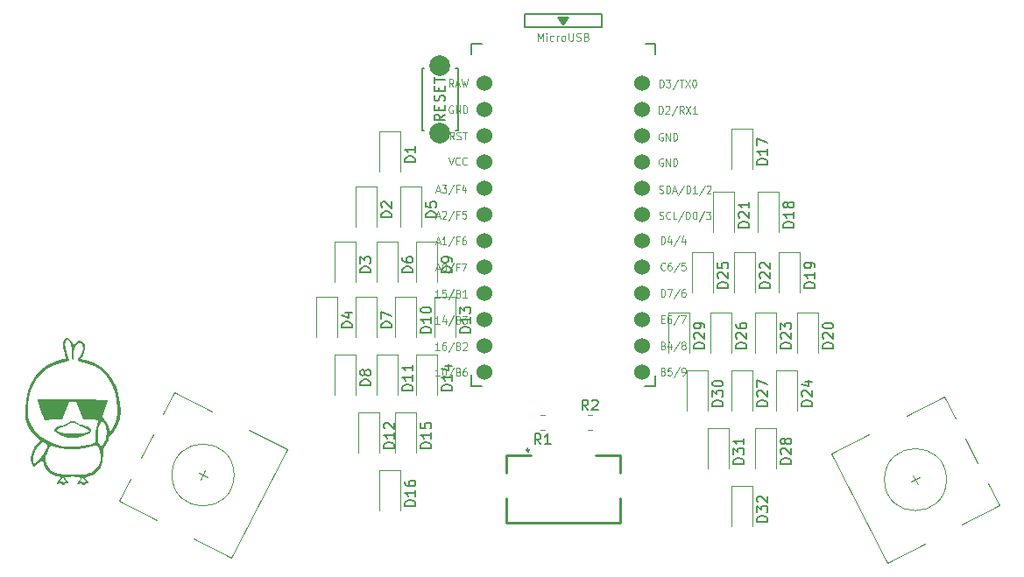
<source format=gbr>
%TF.GenerationSoftware,KiCad,Pcbnew,(6.0.4)*%
%TF.CreationDate,2022-08-21T08:35:00+02:00*%
%TF.ProjectId,Asfoora,4173666f-6f72-4612-9e6b-696361645f70,rev?*%
%TF.SameCoordinates,Original*%
%TF.FileFunction,Legend,Top*%
%TF.FilePolarity,Positive*%
%FSLAX46Y46*%
G04 Gerber Fmt 4.6, Leading zero omitted, Abs format (unit mm)*
G04 Created by KiCad (PCBNEW (6.0.4)) date 2022-08-21 08:35:00*
%MOMM*%
%LPD*%
G01*
G04 APERTURE LIST*
%ADD10C,0.150000*%
%ADD11C,0.125000*%
%ADD12C,0.120000*%
%ADD13C,0.254000*%
%ADD14C,2.000000*%
%ADD15C,1.524000*%
G04 APERTURE END LIST*
D10*
%TO.C,D27*%
X172632380Y-106624285D02*
X171632380Y-106624285D01*
X171632380Y-106386190D01*
X171680000Y-106243333D01*
X171775238Y-106148095D01*
X171870476Y-106100476D01*
X172060952Y-106052857D01*
X172203809Y-106052857D01*
X172394285Y-106100476D01*
X172489523Y-106148095D01*
X172584761Y-106243333D01*
X172632380Y-106386190D01*
X172632380Y-106624285D01*
X171727619Y-105671904D02*
X171680000Y-105624285D01*
X171632380Y-105529047D01*
X171632380Y-105290952D01*
X171680000Y-105195714D01*
X171727619Y-105148095D01*
X171822857Y-105100476D01*
X171918095Y-105100476D01*
X172060952Y-105148095D01*
X172632380Y-105719523D01*
X172632380Y-105100476D01*
X171632380Y-104767142D02*
X171632380Y-104100476D01*
X172632380Y-104529047D01*
%TO.C,R1*%
X150725333Y-110306380D02*
X150392000Y-109830190D01*
X150153904Y-110306380D02*
X150153904Y-109306380D01*
X150534857Y-109306380D01*
X150630095Y-109354000D01*
X150677714Y-109401619D01*
X150725333Y-109496857D01*
X150725333Y-109639714D01*
X150677714Y-109734952D01*
X150630095Y-109782571D01*
X150534857Y-109830190D01*
X150153904Y-109830190D01*
X151677714Y-110306380D02*
X151106285Y-110306380D01*
X151392000Y-110306380D02*
X151392000Y-109306380D01*
X151296761Y-109449238D01*
X151201523Y-109544476D01*
X151106285Y-109592095D01*
%TO.C,D16*%
X138596380Y-116276285D02*
X137596380Y-116276285D01*
X137596380Y-116038190D01*
X137644000Y-115895333D01*
X137739238Y-115800095D01*
X137834476Y-115752476D01*
X138024952Y-115704857D01*
X138167809Y-115704857D01*
X138358285Y-115752476D01*
X138453523Y-115800095D01*
X138548761Y-115895333D01*
X138596380Y-116038190D01*
X138596380Y-116276285D01*
X138596380Y-114752476D02*
X138596380Y-115323904D01*
X138596380Y-115038190D02*
X137596380Y-115038190D01*
X137739238Y-115133428D01*
X137834476Y-115228666D01*
X137882095Y-115323904D01*
X137596380Y-113895333D02*
X137596380Y-114085809D01*
X137644000Y-114181047D01*
X137691619Y-114228666D01*
X137834476Y-114323904D01*
X138024952Y-114371523D01*
X138405904Y-114371523D01*
X138501142Y-114323904D01*
X138548761Y-114276285D01*
X138596380Y-114181047D01*
X138596380Y-113990571D01*
X138548761Y-113895333D01*
X138501142Y-113847714D01*
X138405904Y-113800095D01*
X138167809Y-113800095D01*
X138072571Y-113847714D01*
X138024952Y-113895333D01*
X137977333Y-113990571D01*
X137977333Y-114181047D01*
X138024952Y-114276285D01*
X138072571Y-114323904D01*
X138167809Y-114371523D01*
%TO.C,D7*%
X136310380Y-99036095D02*
X135310380Y-99036095D01*
X135310380Y-98798000D01*
X135358000Y-98655142D01*
X135453238Y-98559904D01*
X135548476Y-98512285D01*
X135738952Y-98464666D01*
X135881809Y-98464666D01*
X136072285Y-98512285D01*
X136167523Y-98559904D01*
X136262761Y-98655142D01*
X136310380Y-98798000D01*
X136310380Y-99036095D01*
X135310380Y-98131333D02*
X135310380Y-97464666D01*
X136310380Y-97893238D01*
%TO.C,D2*%
X136310380Y-88368095D02*
X135310380Y-88368095D01*
X135310380Y-88130000D01*
X135358000Y-87987142D01*
X135453238Y-87891904D01*
X135548476Y-87844285D01*
X135738952Y-87796666D01*
X135881809Y-87796666D01*
X136072285Y-87844285D01*
X136167523Y-87891904D01*
X136262761Y-87987142D01*
X136310380Y-88130000D01*
X136310380Y-88368095D01*
X135405619Y-87415714D02*
X135358000Y-87368095D01*
X135310380Y-87272857D01*
X135310380Y-87034761D01*
X135358000Y-86939523D01*
X135405619Y-86891904D01*
X135500857Y-86844285D01*
X135596095Y-86844285D01*
X135738952Y-86891904D01*
X136310380Y-87463333D01*
X136310380Y-86844285D01*
%TO.C,D29*%
X166536380Y-101036285D02*
X165536380Y-101036285D01*
X165536380Y-100798190D01*
X165584000Y-100655333D01*
X165679238Y-100560095D01*
X165774476Y-100512476D01*
X165964952Y-100464857D01*
X166107809Y-100464857D01*
X166298285Y-100512476D01*
X166393523Y-100560095D01*
X166488761Y-100655333D01*
X166536380Y-100798190D01*
X166536380Y-101036285D01*
X165631619Y-100083904D02*
X165584000Y-100036285D01*
X165536380Y-99941047D01*
X165536380Y-99702952D01*
X165584000Y-99607714D01*
X165631619Y-99560095D01*
X165726857Y-99512476D01*
X165822095Y-99512476D01*
X165964952Y-99560095D01*
X166536380Y-100131523D01*
X166536380Y-99512476D01*
X166536380Y-99036285D02*
X166536380Y-98845809D01*
X166488761Y-98750571D01*
X166441142Y-98702952D01*
X166298285Y-98607714D01*
X166107809Y-98560095D01*
X165726857Y-98560095D01*
X165631619Y-98607714D01*
X165584000Y-98655333D01*
X165536380Y-98750571D01*
X165536380Y-98941047D01*
X165584000Y-99036285D01*
X165631619Y-99083904D01*
X165726857Y-99131523D01*
X165964952Y-99131523D01*
X166060190Y-99083904D01*
X166107809Y-99036285D01*
X166155428Y-98941047D01*
X166155428Y-98750571D01*
X166107809Y-98655333D01*
X166060190Y-98607714D01*
X165964952Y-98560095D01*
%TO.C,D21*%
X170854380Y-89352285D02*
X169854380Y-89352285D01*
X169854380Y-89114190D01*
X169902000Y-88971333D01*
X169997238Y-88876095D01*
X170092476Y-88828476D01*
X170282952Y-88780857D01*
X170425809Y-88780857D01*
X170616285Y-88828476D01*
X170711523Y-88876095D01*
X170806761Y-88971333D01*
X170854380Y-89114190D01*
X170854380Y-89352285D01*
X169949619Y-88399904D02*
X169902000Y-88352285D01*
X169854380Y-88257047D01*
X169854380Y-88018952D01*
X169902000Y-87923714D01*
X169949619Y-87876095D01*
X170044857Y-87828476D01*
X170140095Y-87828476D01*
X170282952Y-87876095D01*
X170854380Y-88447523D01*
X170854380Y-87828476D01*
X170854380Y-86876095D02*
X170854380Y-87447523D01*
X170854380Y-87161809D02*
X169854380Y-87161809D01*
X169997238Y-87257047D01*
X170092476Y-87352285D01*
X170140095Y-87447523D01*
%TO.C,D20*%
X178982380Y-101036285D02*
X177982380Y-101036285D01*
X177982380Y-100798190D01*
X178030000Y-100655333D01*
X178125238Y-100560095D01*
X178220476Y-100512476D01*
X178410952Y-100464857D01*
X178553809Y-100464857D01*
X178744285Y-100512476D01*
X178839523Y-100560095D01*
X178934761Y-100655333D01*
X178982380Y-100798190D01*
X178982380Y-101036285D01*
X178077619Y-100083904D02*
X178030000Y-100036285D01*
X177982380Y-99941047D01*
X177982380Y-99702952D01*
X178030000Y-99607714D01*
X178077619Y-99560095D01*
X178172857Y-99512476D01*
X178268095Y-99512476D01*
X178410952Y-99560095D01*
X178982380Y-100131523D01*
X178982380Y-99512476D01*
X177982380Y-98893428D02*
X177982380Y-98798190D01*
X178030000Y-98702952D01*
X178077619Y-98655333D01*
X178172857Y-98607714D01*
X178363333Y-98560095D01*
X178601428Y-98560095D01*
X178791904Y-98607714D01*
X178887142Y-98655333D01*
X178934761Y-98702952D01*
X178982380Y-98798190D01*
X178982380Y-98893428D01*
X178934761Y-98988666D01*
X178887142Y-99036285D01*
X178791904Y-99083904D01*
X178601428Y-99131523D01*
X178363333Y-99131523D01*
X178172857Y-99083904D01*
X178077619Y-99036285D01*
X178030000Y-98988666D01*
X177982380Y-98893428D01*
%TO.C,D23*%
X174918380Y-101036285D02*
X173918380Y-101036285D01*
X173918380Y-100798190D01*
X173966000Y-100655333D01*
X174061238Y-100560095D01*
X174156476Y-100512476D01*
X174346952Y-100464857D01*
X174489809Y-100464857D01*
X174680285Y-100512476D01*
X174775523Y-100560095D01*
X174870761Y-100655333D01*
X174918380Y-100798190D01*
X174918380Y-101036285D01*
X174013619Y-100083904D02*
X173966000Y-100036285D01*
X173918380Y-99941047D01*
X173918380Y-99702952D01*
X173966000Y-99607714D01*
X174013619Y-99560095D01*
X174108857Y-99512476D01*
X174204095Y-99512476D01*
X174346952Y-99560095D01*
X174918380Y-100131523D01*
X174918380Y-99512476D01*
X173918380Y-99179142D02*
X173918380Y-98560095D01*
X174299333Y-98893428D01*
X174299333Y-98750571D01*
X174346952Y-98655333D01*
X174394571Y-98607714D01*
X174489809Y-98560095D01*
X174727904Y-98560095D01*
X174823142Y-98607714D01*
X174870761Y-98655333D01*
X174918380Y-98750571D01*
X174918380Y-99036285D01*
X174870761Y-99131523D01*
X174823142Y-99179142D01*
%TO.C,SW33*%
X141422380Y-78414380D02*
X140946190Y-78747714D01*
X141422380Y-78985809D02*
X140422380Y-78985809D01*
X140422380Y-78604857D01*
X140470000Y-78509619D01*
X140517619Y-78462000D01*
X140612857Y-78414380D01*
X140755714Y-78414380D01*
X140850952Y-78462000D01*
X140898571Y-78509619D01*
X140946190Y-78604857D01*
X140946190Y-78985809D01*
X140898571Y-77985809D02*
X140898571Y-77652476D01*
X141422380Y-77509619D02*
X141422380Y-77985809D01*
X140422380Y-77985809D01*
X140422380Y-77509619D01*
X141374761Y-77128666D02*
X141422380Y-76985809D01*
X141422380Y-76747714D01*
X141374761Y-76652476D01*
X141327142Y-76604857D01*
X141231904Y-76557238D01*
X141136666Y-76557238D01*
X141041428Y-76604857D01*
X140993809Y-76652476D01*
X140946190Y-76747714D01*
X140898571Y-76938190D01*
X140850952Y-77033428D01*
X140803333Y-77081047D01*
X140708095Y-77128666D01*
X140612857Y-77128666D01*
X140517619Y-77081047D01*
X140470000Y-77033428D01*
X140422380Y-76938190D01*
X140422380Y-76700095D01*
X140470000Y-76557238D01*
X140898571Y-76128666D02*
X140898571Y-75795333D01*
X141422380Y-75652476D02*
X141422380Y-76128666D01*
X140422380Y-76128666D01*
X140422380Y-75652476D01*
X140422380Y-75366761D02*
X140422380Y-74795333D01*
X141422380Y-75081047D02*
X140422380Y-75081047D01*
%TO.C,D13*%
X143930380Y-99512285D02*
X142930380Y-99512285D01*
X142930380Y-99274190D01*
X142978000Y-99131333D01*
X143073238Y-99036095D01*
X143168476Y-98988476D01*
X143358952Y-98940857D01*
X143501809Y-98940857D01*
X143692285Y-98988476D01*
X143787523Y-99036095D01*
X143882761Y-99131333D01*
X143930380Y-99274190D01*
X143930380Y-99512285D01*
X143930380Y-97988476D02*
X143930380Y-98559904D01*
X143930380Y-98274190D02*
X142930380Y-98274190D01*
X143073238Y-98369428D01*
X143168476Y-98464666D01*
X143216095Y-98559904D01*
X142930380Y-97655142D02*
X142930380Y-97036095D01*
X143311333Y-97369428D01*
X143311333Y-97226571D01*
X143358952Y-97131333D01*
X143406571Y-97083714D01*
X143501809Y-97036095D01*
X143739904Y-97036095D01*
X143835142Y-97083714D01*
X143882761Y-97131333D01*
X143930380Y-97226571D01*
X143930380Y-97512285D01*
X143882761Y-97607523D01*
X143835142Y-97655142D01*
%TO.C,D3*%
X134278380Y-93702095D02*
X133278380Y-93702095D01*
X133278380Y-93464000D01*
X133326000Y-93321142D01*
X133421238Y-93225904D01*
X133516476Y-93178285D01*
X133706952Y-93130666D01*
X133849809Y-93130666D01*
X134040285Y-93178285D01*
X134135523Y-93225904D01*
X134230761Y-93321142D01*
X134278380Y-93464000D01*
X134278380Y-93702095D01*
X133278380Y-92797333D02*
X133278380Y-92178285D01*
X133659333Y-92511619D01*
X133659333Y-92368761D01*
X133706952Y-92273523D01*
X133754571Y-92225904D01*
X133849809Y-92178285D01*
X134087904Y-92178285D01*
X134183142Y-92225904D01*
X134230761Y-92273523D01*
X134278380Y-92368761D01*
X134278380Y-92654476D01*
X134230761Y-92749714D01*
X134183142Y-92797333D01*
%TO.C,D24*%
X176950380Y-106624285D02*
X175950380Y-106624285D01*
X175950380Y-106386190D01*
X175998000Y-106243333D01*
X176093238Y-106148095D01*
X176188476Y-106100476D01*
X176378952Y-106052857D01*
X176521809Y-106052857D01*
X176712285Y-106100476D01*
X176807523Y-106148095D01*
X176902761Y-106243333D01*
X176950380Y-106386190D01*
X176950380Y-106624285D01*
X176045619Y-105671904D02*
X175998000Y-105624285D01*
X175950380Y-105529047D01*
X175950380Y-105290952D01*
X175998000Y-105195714D01*
X176045619Y-105148095D01*
X176140857Y-105100476D01*
X176236095Y-105100476D01*
X176378952Y-105148095D01*
X176950380Y-105719523D01*
X176950380Y-105100476D01*
X176283714Y-104243333D02*
X176950380Y-104243333D01*
X175902761Y-104481428D02*
X176617047Y-104719523D01*
X176617047Y-104100476D01*
%TO.C,R2*%
X155297333Y-107006380D02*
X154964000Y-106530190D01*
X154725904Y-107006380D02*
X154725904Y-106006380D01*
X155106857Y-106006380D01*
X155202095Y-106054000D01*
X155249714Y-106101619D01*
X155297333Y-106196857D01*
X155297333Y-106339714D01*
X155249714Y-106434952D01*
X155202095Y-106482571D01*
X155106857Y-106530190D01*
X154725904Y-106530190D01*
X155678285Y-106101619D02*
X155725904Y-106054000D01*
X155821142Y-106006380D01*
X156059238Y-106006380D01*
X156154476Y-106054000D01*
X156202095Y-106101619D01*
X156249714Y-106196857D01*
X156249714Y-106292095D01*
X156202095Y-106434952D01*
X155630666Y-107006380D01*
X156249714Y-107006380D01*
%TO.C,D9*%
X142152380Y-93702095D02*
X141152380Y-93702095D01*
X141152380Y-93464000D01*
X141200000Y-93321142D01*
X141295238Y-93225904D01*
X141390476Y-93178285D01*
X141580952Y-93130666D01*
X141723809Y-93130666D01*
X141914285Y-93178285D01*
X142009523Y-93225904D01*
X142104761Y-93321142D01*
X142152380Y-93464000D01*
X142152380Y-93702095D01*
X142152380Y-92654476D02*
X142152380Y-92464000D01*
X142104761Y-92368761D01*
X142057142Y-92321142D01*
X141914285Y-92225904D01*
X141723809Y-92178285D01*
X141342857Y-92178285D01*
X141247619Y-92225904D01*
X141200000Y-92273523D01*
X141152380Y-92368761D01*
X141152380Y-92559238D01*
X141200000Y-92654476D01*
X141247619Y-92702095D01*
X141342857Y-92749714D01*
X141580952Y-92749714D01*
X141676190Y-92702095D01*
X141723809Y-92654476D01*
X141771428Y-92559238D01*
X141771428Y-92368761D01*
X141723809Y-92273523D01*
X141676190Y-92225904D01*
X141580952Y-92178285D01*
%TO.C,D18*%
X175172380Y-89352285D02*
X174172380Y-89352285D01*
X174172380Y-89114190D01*
X174220000Y-88971333D01*
X174315238Y-88876095D01*
X174410476Y-88828476D01*
X174600952Y-88780857D01*
X174743809Y-88780857D01*
X174934285Y-88828476D01*
X175029523Y-88876095D01*
X175124761Y-88971333D01*
X175172380Y-89114190D01*
X175172380Y-89352285D01*
X175172380Y-87828476D02*
X175172380Y-88399904D01*
X175172380Y-88114190D02*
X174172380Y-88114190D01*
X174315238Y-88209428D01*
X174410476Y-88304666D01*
X174458095Y-88399904D01*
X174600952Y-87257047D02*
X174553333Y-87352285D01*
X174505714Y-87399904D01*
X174410476Y-87447523D01*
X174362857Y-87447523D01*
X174267619Y-87399904D01*
X174220000Y-87352285D01*
X174172380Y-87257047D01*
X174172380Y-87066571D01*
X174220000Y-86971333D01*
X174267619Y-86923714D01*
X174362857Y-86876095D01*
X174410476Y-86876095D01*
X174505714Y-86923714D01*
X174553333Y-86971333D01*
X174600952Y-87066571D01*
X174600952Y-87257047D01*
X174648571Y-87352285D01*
X174696190Y-87399904D01*
X174791428Y-87447523D01*
X174981904Y-87447523D01*
X175077142Y-87399904D01*
X175124761Y-87352285D01*
X175172380Y-87257047D01*
X175172380Y-87066571D01*
X175124761Y-86971333D01*
X175077142Y-86923714D01*
X174981904Y-86876095D01*
X174791428Y-86876095D01*
X174696190Y-86923714D01*
X174648571Y-86971333D01*
X174600952Y-87066571D01*
%TO.C,D5*%
X140628380Y-88368095D02*
X139628380Y-88368095D01*
X139628380Y-88130000D01*
X139676000Y-87987142D01*
X139771238Y-87891904D01*
X139866476Y-87844285D01*
X140056952Y-87796666D01*
X140199809Y-87796666D01*
X140390285Y-87844285D01*
X140485523Y-87891904D01*
X140580761Y-87987142D01*
X140628380Y-88130000D01*
X140628380Y-88368095D01*
X139628380Y-86891904D02*
X139628380Y-87368095D01*
X140104571Y-87415714D01*
X140056952Y-87368095D01*
X140009333Y-87272857D01*
X140009333Y-87034761D01*
X140056952Y-86939523D01*
X140104571Y-86891904D01*
X140199809Y-86844285D01*
X140437904Y-86844285D01*
X140533142Y-86891904D01*
X140580761Y-86939523D01*
X140628380Y-87034761D01*
X140628380Y-87272857D01*
X140580761Y-87368095D01*
X140533142Y-87415714D01*
%TO.C,D6*%
X138342380Y-93702095D02*
X137342380Y-93702095D01*
X137342380Y-93464000D01*
X137390000Y-93321142D01*
X137485238Y-93225904D01*
X137580476Y-93178285D01*
X137770952Y-93130666D01*
X137913809Y-93130666D01*
X138104285Y-93178285D01*
X138199523Y-93225904D01*
X138294761Y-93321142D01*
X138342380Y-93464000D01*
X138342380Y-93702095D01*
X137342380Y-92273523D02*
X137342380Y-92464000D01*
X137390000Y-92559238D01*
X137437619Y-92606857D01*
X137580476Y-92702095D01*
X137770952Y-92749714D01*
X138151904Y-92749714D01*
X138247142Y-92702095D01*
X138294761Y-92654476D01*
X138342380Y-92559238D01*
X138342380Y-92368761D01*
X138294761Y-92273523D01*
X138247142Y-92225904D01*
X138151904Y-92178285D01*
X137913809Y-92178285D01*
X137818571Y-92225904D01*
X137770952Y-92273523D01*
X137723333Y-92368761D01*
X137723333Y-92559238D01*
X137770952Y-92654476D01*
X137818571Y-92702095D01*
X137913809Y-92749714D01*
%TO.C,D12*%
X136564380Y-110688285D02*
X135564380Y-110688285D01*
X135564380Y-110450190D01*
X135612000Y-110307333D01*
X135707238Y-110212095D01*
X135802476Y-110164476D01*
X135992952Y-110116857D01*
X136135809Y-110116857D01*
X136326285Y-110164476D01*
X136421523Y-110212095D01*
X136516761Y-110307333D01*
X136564380Y-110450190D01*
X136564380Y-110688285D01*
X136564380Y-109164476D02*
X136564380Y-109735904D01*
X136564380Y-109450190D02*
X135564380Y-109450190D01*
X135707238Y-109545428D01*
X135802476Y-109640666D01*
X135850095Y-109735904D01*
X135659619Y-108783523D02*
X135612000Y-108735904D01*
X135564380Y-108640666D01*
X135564380Y-108402571D01*
X135612000Y-108307333D01*
X135659619Y-108259714D01*
X135754857Y-108212095D01*
X135850095Y-108212095D01*
X135992952Y-108259714D01*
X136564380Y-108831142D01*
X136564380Y-108212095D01*
D11*
%TO.C,U1*%
X162571809Y-103262428D02*
X162667523Y-103298142D01*
X162699428Y-103333857D01*
X162731333Y-103405285D01*
X162731333Y-103512428D01*
X162699428Y-103583857D01*
X162667523Y-103619571D01*
X162603714Y-103655285D01*
X162348476Y-103655285D01*
X162348476Y-102905285D01*
X162571809Y-102905285D01*
X162635619Y-102941000D01*
X162667523Y-102976714D01*
X162699428Y-103048142D01*
X162699428Y-103119571D01*
X162667523Y-103191000D01*
X162635619Y-103226714D01*
X162571809Y-103262428D01*
X162348476Y-103262428D01*
X163337523Y-102905285D02*
X163018476Y-102905285D01*
X162986571Y-103262428D01*
X163018476Y-103226714D01*
X163082285Y-103191000D01*
X163241809Y-103191000D01*
X163305619Y-103226714D01*
X163337523Y-103262428D01*
X163369428Y-103333857D01*
X163369428Y-103512428D01*
X163337523Y-103583857D01*
X163305619Y-103619571D01*
X163241809Y-103655285D01*
X163082285Y-103655285D01*
X163018476Y-103619571D01*
X162986571Y-103583857D01*
X164135142Y-102869571D02*
X163560857Y-103833857D01*
X164390380Y-103655285D02*
X164518000Y-103655285D01*
X164581809Y-103619571D01*
X164613714Y-103583857D01*
X164677523Y-103476714D01*
X164709428Y-103333857D01*
X164709428Y-103048142D01*
X164677523Y-102976714D01*
X164645619Y-102941000D01*
X164581809Y-102905285D01*
X164454190Y-102905285D01*
X164390380Y-102941000D01*
X164358476Y-102976714D01*
X164326571Y-103048142D01*
X164326571Y-103226714D01*
X164358476Y-103298142D01*
X164390380Y-103333857D01*
X164454190Y-103369571D01*
X164581809Y-103369571D01*
X164645619Y-103333857D01*
X164677523Y-103298142D01*
X164709428Y-103226714D01*
X162348476Y-90955285D02*
X162348476Y-90205285D01*
X162508000Y-90205285D01*
X162603714Y-90241000D01*
X162667523Y-90312428D01*
X162699428Y-90383857D01*
X162731333Y-90526714D01*
X162731333Y-90633857D01*
X162699428Y-90776714D01*
X162667523Y-90848142D01*
X162603714Y-90919571D01*
X162508000Y-90955285D01*
X162348476Y-90955285D01*
X163305619Y-90455285D02*
X163305619Y-90955285D01*
X163146095Y-90169571D02*
X162986571Y-90705285D01*
X163401333Y-90705285D01*
X164135142Y-90169571D02*
X163560857Y-91133857D01*
X164645619Y-90455285D02*
X164645619Y-90955285D01*
X164486095Y-90169571D02*
X164326571Y-90705285D01*
X164741333Y-90705285D01*
X141819666Y-82555285D02*
X142043000Y-83305285D01*
X142266333Y-82555285D01*
X142872523Y-83233857D02*
X142840619Y-83269571D01*
X142744904Y-83305285D01*
X142681095Y-83305285D01*
X142585380Y-83269571D01*
X142521571Y-83198142D01*
X142489666Y-83126714D01*
X142457761Y-82983857D01*
X142457761Y-82876714D01*
X142489666Y-82733857D01*
X142521571Y-82662428D01*
X142585380Y-82591000D01*
X142681095Y-82555285D01*
X142744904Y-82555285D01*
X142840619Y-82591000D01*
X142872523Y-82626714D01*
X143542523Y-83233857D02*
X143510619Y-83269571D01*
X143414904Y-83305285D01*
X143351095Y-83305285D01*
X143255380Y-83269571D01*
X143191571Y-83198142D01*
X143159666Y-83126714D01*
X143127761Y-82983857D01*
X143127761Y-82876714D01*
X143159666Y-82733857D01*
X143191571Y-82662428D01*
X143255380Y-82591000D01*
X143351095Y-82555285D01*
X143414904Y-82555285D01*
X143510619Y-82591000D01*
X143542523Y-82626714D01*
X140930380Y-103705285D02*
X140547523Y-103705285D01*
X140738952Y-103705285D02*
X140738952Y-102955285D01*
X140675142Y-103062428D01*
X140611333Y-103133857D01*
X140547523Y-103169571D01*
X141345142Y-102955285D02*
X141408952Y-102955285D01*
X141472761Y-102991000D01*
X141504666Y-103026714D01*
X141536571Y-103098142D01*
X141568476Y-103241000D01*
X141568476Y-103419571D01*
X141536571Y-103562428D01*
X141504666Y-103633857D01*
X141472761Y-103669571D01*
X141408952Y-103705285D01*
X141345142Y-103705285D01*
X141281333Y-103669571D01*
X141249428Y-103633857D01*
X141217523Y-103562428D01*
X141185619Y-103419571D01*
X141185619Y-103241000D01*
X141217523Y-103098142D01*
X141249428Y-103026714D01*
X141281333Y-102991000D01*
X141345142Y-102955285D01*
X142334190Y-102919571D02*
X141759904Y-103883857D01*
X142780857Y-103312428D02*
X142876571Y-103348142D01*
X142908476Y-103383857D01*
X142940380Y-103455285D01*
X142940380Y-103562428D01*
X142908476Y-103633857D01*
X142876571Y-103669571D01*
X142812761Y-103705285D01*
X142557523Y-103705285D01*
X142557523Y-102955285D01*
X142780857Y-102955285D01*
X142844666Y-102991000D01*
X142876571Y-103026714D01*
X142908476Y-103098142D01*
X142908476Y-103169571D01*
X142876571Y-103241000D01*
X142844666Y-103276714D01*
X142780857Y-103312428D01*
X142557523Y-103312428D01*
X143514666Y-102955285D02*
X143387047Y-102955285D01*
X143323238Y-102991000D01*
X143291333Y-103026714D01*
X143227523Y-103133857D01*
X143195619Y-103276714D01*
X143195619Y-103562428D01*
X143227523Y-103633857D01*
X143259428Y-103669571D01*
X143323238Y-103705285D01*
X143450857Y-103705285D01*
X143514666Y-103669571D01*
X143546571Y-103633857D01*
X143578476Y-103562428D01*
X143578476Y-103383857D01*
X143546571Y-103312428D01*
X143514666Y-103276714D01*
X143450857Y-103241000D01*
X143323238Y-103241000D01*
X143259428Y-103276714D01*
X143227523Y-103312428D01*
X143195619Y-103383857D01*
X140627285Y-93341000D02*
X140946333Y-93341000D01*
X140563476Y-93555285D02*
X140786809Y-92805285D01*
X141010142Y-93555285D01*
X141361095Y-92805285D02*
X141424904Y-92805285D01*
X141488714Y-92841000D01*
X141520619Y-92876714D01*
X141552523Y-92948142D01*
X141584428Y-93091000D01*
X141584428Y-93269571D01*
X141552523Y-93412428D01*
X141520619Y-93483857D01*
X141488714Y-93519571D01*
X141424904Y-93555285D01*
X141361095Y-93555285D01*
X141297285Y-93519571D01*
X141265380Y-93483857D01*
X141233476Y-93412428D01*
X141201571Y-93269571D01*
X141201571Y-93091000D01*
X141233476Y-92948142D01*
X141265380Y-92876714D01*
X141297285Y-92841000D01*
X141361095Y-92805285D01*
X142350142Y-92769571D02*
X141775857Y-93733857D01*
X142796809Y-93162428D02*
X142573476Y-93162428D01*
X142573476Y-93555285D02*
X142573476Y-92805285D01*
X142892523Y-92805285D01*
X143083952Y-92805285D02*
X143530619Y-92805285D01*
X143243476Y-93555285D01*
X162571809Y-100762428D02*
X162667523Y-100798142D01*
X162699428Y-100833857D01*
X162731333Y-100905285D01*
X162731333Y-101012428D01*
X162699428Y-101083857D01*
X162667523Y-101119571D01*
X162603714Y-101155285D01*
X162348476Y-101155285D01*
X162348476Y-100405285D01*
X162571809Y-100405285D01*
X162635619Y-100441000D01*
X162667523Y-100476714D01*
X162699428Y-100548142D01*
X162699428Y-100619571D01*
X162667523Y-100691000D01*
X162635619Y-100726714D01*
X162571809Y-100762428D01*
X162348476Y-100762428D01*
X163305619Y-100655285D02*
X163305619Y-101155285D01*
X163146095Y-100369571D02*
X162986571Y-100905285D01*
X163401333Y-100905285D01*
X164135142Y-100369571D02*
X163560857Y-101333857D01*
X164454190Y-100726714D02*
X164390380Y-100691000D01*
X164358476Y-100655285D01*
X164326571Y-100583857D01*
X164326571Y-100548142D01*
X164358476Y-100476714D01*
X164390380Y-100441000D01*
X164454190Y-100405285D01*
X164581809Y-100405285D01*
X164645619Y-100441000D01*
X164677523Y-100476714D01*
X164709428Y-100548142D01*
X164709428Y-100583857D01*
X164677523Y-100655285D01*
X164645619Y-100691000D01*
X164581809Y-100726714D01*
X164454190Y-100726714D01*
X164390380Y-100762428D01*
X164358476Y-100798142D01*
X164326571Y-100869571D01*
X164326571Y-101012428D01*
X164358476Y-101083857D01*
X164390380Y-101119571D01*
X164454190Y-101155285D01*
X164581809Y-101155285D01*
X164645619Y-101119571D01*
X164677523Y-101083857D01*
X164709428Y-101012428D01*
X164709428Y-100869571D01*
X164677523Y-100798142D01*
X164645619Y-100762428D01*
X164581809Y-100726714D01*
X162502523Y-80241000D02*
X162438714Y-80205285D01*
X162343000Y-80205285D01*
X162247285Y-80241000D01*
X162183476Y-80312428D01*
X162151571Y-80383857D01*
X162119666Y-80526714D01*
X162119666Y-80633857D01*
X162151571Y-80776714D01*
X162183476Y-80848142D01*
X162247285Y-80919571D01*
X162343000Y-80955285D01*
X162406809Y-80955285D01*
X162502523Y-80919571D01*
X162534428Y-80883857D01*
X162534428Y-80633857D01*
X162406809Y-80633857D01*
X162821571Y-80955285D02*
X162821571Y-80205285D01*
X163204428Y-80955285D01*
X163204428Y-80205285D01*
X163523476Y-80955285D02*
X163523476Y-80205285D01*
X163683000Y-80205285D01*
X163778714Y-80241000D01*
X163842523Y-80312428D01*
X163874428Y-80383857D01*
X163906333Y-80526714D01*
X163906333Y-80633857D01*
X163874428Y-80776714D01*
X163842523Y-80848142D01*
X163778714Y-80919571D01*
X163683000Y-80955285D01*
X163523476Y-80955285D01*
X140930380Y-98655285D02*
X140547523Y-98655285D01*
X140738952Y-98655285D02*
X140738952Y-97905285D01*
X140675142Y-98012428D01*
X140611333Y-98083857D01*
X140547523Y-98119571D01*
X141504666Y-98155285D02*
X141504666Y-98655285D01*
X141345142Y-97869571D02*
X141185619Y-98405285D01*
X141600380Y-98405285D01*
X142334190Y-97869571D02*
X141759904Y-98833857D01*
X142780857Y-98262428D02*
X142876571Y-98298142D01*
X142908476Y-98333857D01*
X142940380Y-98405285D01*
X142940380Y-98512428D01*
X142908476Y-98583857D01*
X142876571Y-98619571D01*
X142812761Y-98655285D01*
X142557523Y-98655285D01*
X142557523Y-97905285D01*
X142780857Y-97905285D01*
X142844666Y-97941000D01*
X142876571Y-97976714D01*
X142908476Y-98048142D01*
X142908476Y-98119571D01*
X142876571Y-98191000D01*
X142844666Y-98226714D01*
X142780857Y-98262428D01*
X142557523Y-98262428D01*
X143163714Y-97905285D02*
X143578476Y-97905285D01*
X143355142Y-98191000D01*
X143450857Y-98191000D01*
X143514666Y-98226714D01*
X143546571Y-98262428D01*
X143578476Y-98333857D01*
X143578476Y-98512428D01*
X143546571Y-98583857D01*
X143514666Y-98619571D01*
X143450857Y-98655285D01*
X143259428Y-98655285D01*
X143195619Y-98619571D01*
X143163714Y-98583857D01*
X142250380Y-75755285D02*
X142027047Y-75398142D01*
X141867523Y-75755285D02*
X141867523Y-75005285D01*
X142122761Y-75005285D01*
X142186571Y-75041000D01*
X142218476Y-75076714D01*
X142250380Y-75148142D01*
X142250380Y-75255285D01*
X142218476Y-75326714D01*
X142186571Y-75362428D01*
X142122761Y-75398142D01*
X141867523Y-75398142D01*
X142505619Y-75541000D02*
X142824666Y-75541000D01*
X142441809Y-75755285D02*
X142665142Y-75005285D01*
X142888476Y-75755285D01*
X143048000Y-75005285D02*
X143207523Y-75755285D01*
X143335142Y-75219571D01*
X143462761Y-75755285D01*
X143622285Y-75005285D01*
X140930380Y-101205285D02*
X140547523Y-101205285D01*
X140738952Y-101205285D02*
X140738952Y-100455285D01*
X140675142Y-100562428D01*
X140611333Y-100633857D01*
X140547523Y-100669571D01*
X141504666Y-100455285D02*
X141377047Y-100455285D01*
X141313238Y-100491000D01*
X141281333Y-100526714D01*
X141217523Y-100633857D01*
X141185619Y-100776714D01*
X141185619Y-101062428D01*
X141217523Y-101133857D01*
X141249428Y-101169571D01*
X141313238Y-101205285D01*
X141440857Y-101205285D01*
X141504666Y-101169571D01*
X141536571Y-101133857D01*
X141568476Y-101062428D01*
X141568476Y-100883857D01*
X141536571Y-100812428D01*
X141504666Y-100776714D01*
X141440857Y-100741000D01*
X141313238Y-100741000D01*
X141249428Y-100776714D01*
X141217523Y-100812428D01*
X141185619Y-100883857D01*
X142334190Y-100419571D02*
X141759904Y-101383857D01*
X142780857Y-100812428D02*
X142876571Y-100848142D01*
X142908476Y-100883857D01*
X142940380Y-100955285D01*
X142940380Y-101062428D01*
X142908476Y-101133857D01*
X142876571Y-101169571D01*
X142812761Y-101205285D01*
X142557523Y-101205285D01*
X142557523Y-100455285D01*
X142780857Y-100455285D01*
X142844666Y-100491000D01*
X142876571Y-100526714D01*
X142908476Y-100598142D01*
X142908476Y-100669571D01*
X142876571Y-100741000D01*
X142844666Y-100776714D01*
X142780857Y-100812428D01*
X142557523Y-100812428D01*
X143195619Y-100526714D02*
X143227523Y-100491000D01*
X143291333Y-100455285D01*
X143450857Y-100455285D01*
X143514666Y-100491000D01*
X143546571Y-100526714D01*
X143578476Y-100598142D01*
X143578476Y-100669571D01*
X143546571Y-100776714D01*
X143163714Y-101205285D01*
X143578476Y-101205285D01*
X162174428Y-86019571D02*
X162270142Y-86055285D01*
X162429666Y-86055285D01*
X162493476Y-86019571D01*
X162525380Y-85983857D01*
X162557285Y-85912428D01*
X162557285Y-85841000D01*
X162525380Y-85769571D01*
X162493476Y-85733857D01*
X162429666Y-85698142D01*
X162302047Y-85662428D01*
X162238238Y-85626714D01*
X162206333Y-85591000D01*
X162174428Y-85519571D01*
X162174428Y-85448142D01*
X162206333Y-85376714D01*
X162238238Y-85341000D01*
X162302047Y-85305285D01*
X162461571Y-85305285D01*
X162557285Y-85341000D01*
X162844428Y-86055285D02*
X162844428Y-85305285D01*
X163003952Y-85305285D01*
X163099666Y-85341000D01*
X163163476Y-85412428D01*
X163195380Y-85483857D01*
X163227285Y-85626714D01*
X163227285Y-85733857D01*
X163195380Y-85876714D01*
X163163476Y-85948142D01*
X163099666Y-86019571D01*
X163003952Y-86055285D01*
X162844428Y-86055285D01*
X163482523Y-85841000D02*
X163801571Y-85841000D01*
X163418714Y-86055285D02*
X163642047Y-85305285D01*
X163865380Y-86055285D01*
X164567285Y-85269571D02*
X163993000Y-86233857D01*
X164790619Y-86055285D02*
X164790619Y-85305285D01*
X164950142Y-85305285D01*
X165045857Y-85341000D01*
X165109666Y-85412428D01*
X165141571Y-85483857D01*
X165173476Y-85626714D01*
X165173476Y-85733857D01*
X165141571Y-85876714D01*
X165109666Y-85948142D01*
X165045857Y-86019571D01*
X164950142Y-86055285D01*
X164790619Y-86055285D01*
X165811571Y-86055285D02*
X165428714Y-86055285D01*
X165620142Y-86055285D02*
X165620142Y-85305285D01*
X165556333Y-85412428D01*
X165492523Y-85483857D01*
X165428714Y-85519571D01*
X166577285Y-85269571D02*
X166003000Y-86233857D01*
X166768714Y-85376714D02*
X166800619Y-85341000D01*
X166864428Y-85305285D01*
X167023952Y-85305285D01*
X167087761Y-85341000D01*
X167119666Y-85376714D01*
X167151571Y-85448142D01*
X167151571Y-85519571D01*
X167119666Y-85626714D01*
X166736809Y-86055285D01*
X167151571Y-86055285D01*
D10*
D11*
X140627285Y-88291000D02*
X140946333Y-88291000D01*
X140563476Y-88505285D02*
X140786809Y-87755285D01*
X141010142Y-88505285D01*
X141201571Y-87826714D02*
X141233476Y-87791000D01*
X141297285Y-87755285D01*
X141456809Y-87755285D01*
X141520619Y-87791000D01*
X141552523Y-87826714D01*
X141584428Y-87898142D01*
X141584428Y-87969571D01*
X141552523Y-88076714D01*
X141169666Y-88505285D01*
X141584428Y-88505285D01*
X142350142Y-87719571D02*
X141775857Y-88683857D01*
X142796809Y-88112428D02*
X142573476Y-88112428D01*
X142573476Y-88505285D02*
X142573476Y-87755285D01*
X142892523Y-87755285D01*
X143466809Y-87755285D02*
X143147761Y-87755285D01*
X143115857Y-88112428D01*
X143147761Y-88076714D01*
X143211571Y-88041000D01*
X143371095Y-88041000D01*
X143434904Y-88076714D01*
X143466809Y-88112428D01*
X143498714Y-88183857D01*
X143498714Y-88362428D01*
X143466809Y-88433857D01*
X143434904Y-88469571D01*
X143371095Y-88505285D01*
X143211571Y-88505285D01*
X143147761Y-88469571D01*
X143115857Y-88433857D01*
X140627285Y-85791000D02*
X140946333Y-85791000D01*
X140563476Y-86005285D02*
X140786809Y-85255285D01*
X141010142Y-86005285D01*
X141169666Y-85255285D02*
X141584428Y-85255285D01*
X141361095Y-85541000D01*
X141456809Y-85541000D01*
X141520619Y-85576714D01*
X141552523Y-85612428D01*
X141584428Y-85683857D01*
X141584428Y-85862428D01*
X141552523Y-85933857D01*
X141520619Y-85969571D01*
X141456809Y-86005285D01*
X141265380Y-86005285D01*
X141201571Y-85969571D01*
X141169666Y-85933857D01*
X142350142Y-85219571D02*
X141775857Y-86183857D01*
X142796809Y-85612428D02*
X142573476Y-85612428D01*
X142573476Y-86005285D02*
X142573476Y-85255285D01*
X142892523Y-85255285D01*
X143434904Y-85505285D02*
X143434904Y-86005285D01*
X143275380Y-85219571D02*
X143115857Y-85755285D01*
X143530619Y-85755285D01*
X142202523Y-77591000D02*
X142138714Y-77555285D01*
X142043000Y-77555285D01*
X141947285Y-77591000D01*
X141883476Y-77662428D01*
X141851571Y-77733857D01*
X141819666Y-77876714D01*
X141819666Y-77983857D01*
X141851571Y-78126714D01*
X141883476Y-78198142D01*
X141947285Y-78269571D01*
X142043000Y-78305285D01*
X142106809Y-78305285D01*
X142202523Y-78269571D01*
X142234428Y-78233857D01*
X142234428Y-77983857D01*
X142106809Y-77983857D01*
X142521571Y-78305285D02*
X142521571Y-77555285D01*
X142904428Y-78305285D01*
X142904428Y-77555285D01*
X143223476Y-78305285D02*
X143223476Y-77555285D01*
X143383000Y-77555285D01*
X143478714Y-77591000D01*
X143542523Y-77662428D01*
X143574428Y-77733857D01*
X143606333Y-77876714D01*
X143606333Y-77983857D01*
X143574428Y-78126714D01*
X143542523Y-78198142D01*
X143478714Y-78269571D01*
X143383000Y-78305285D01*
X143223476Y-78305285D01*
X162224190Y-75805285D02*
X162224190Y-75055285D01*
X162383714Y-75055285D01*
X162479428Y-75091000D01*
X162543238Y-75162428D01*
X162575142Y-75233857D01*
X162607047Y-75376714D01*
X162607047Y-75483857D01*
X162575142Y-75626714D01*
X162543238Y-75698142D01*
X162479428Y-75769571D01*
X162383714Y-75805285D01*
X162224190Y-75805285D01*
X162830380Y-75055285D02*
X163245142Y-75055285D01*
X163021809Y-75341000D01*
X163117523Y-75341000D01*
X163181333Y-75376714D01*
X163213238Y-75412428D01*
X163245142Y-75483857D01*
X163245142Y-75662428D01*
X163213238Y-75733857D01*
X163181333Y-75769571D01*
X163117523Y-75805285D01*
X162926095Y-75805285D01*
X162862285Y-75769571D01*
X162830380Y-75733857D01*
X164010857Y-75019571D02*
X163436571Y-75983857D01*
X164138476Y-75055285D02*
X164521333Y-75055285D01*
X164329904Y-75805285D02*
X164329904Y-75055285D01*
X164680857Y-75055285D02*
X165127523Y-75805285D01*
X165127523Y-75055285D02*
X164680857Y-75805285D01*
X165510380Y-75055285D02*
X165574190Y-75055285D01*
X165638000Y-75091000D01*
X165669904Y-75126714D01*
X165701809Y-75198142D01*
X165733714Y-75341000D01*
X165733714Y-75519571D01*
X165701809Y-75662428D01*
X165669904Y-75733857D01*
X165638000Y-75769571D01*
X165574190Y-75805285D01*
X165510380Y-75805285D01*
X165446571Y-75769571D01*
X165414666Y-75733857D01*
X165382761Y-75662428D01*
X165350857Y-75519571D01*
X165350857Y-75341000D01*
X165382761Y-75198142D01*
X165414666Y-75126714D01*
X165446571Y-75091000D01*
X165510380Y-75055285D01*
X162190380Y-88519571D02*
X162286095Y-88555285D01*
X162445619Y-88555285D01*
X162509428Y-88519571D01*
X162541333Y-88483857D01*
X162573238Y-88412428D01*
X162573238Y-88341000D01*
X162541333Y-88269571D01*
X162509428Y-88233857D01*
X162445619Y-88198142D01*
X162318000Y-88162428D01*
X162254190Y-88126714D01*
X162222285Y-88091000D01*
X162190380Y-88019571D01*
X162190380Y-87948142D01*
X162222285Y-87876714D01*
X162254190Y-87841000D01*
X162318000Y-87805285D01*
X162477523Y-87805285D01*
X162573238Y-87841000D01*
X163243238Y-88483857D02*
X163211333Y-88519571D01*
X163115619Y-88555285D01*
X163051809Y-88555285D01*
X162956095Y-88519571D01*
X162892285Y-88448142D01*
X162860380Y-88376714D01*
X162828476Y-88233857D01*
X162828476Y-88126714D01*
X162860380Y-87983857D01*
X162892285Y-87912428D01*
X162956095Y-87841000D01*
X163051809Y-87805285D01*
X163115619Y-87805285D01*
X163211333Y-87841000D01*
X163243238Y-87876714D01*
X163849428Y-88555285D02*
X163530380Y-88555285D01*
X163530380Y-87805285D01*
X164551333Y-87769571D02*
X163977047Y-88733857D01*
X164774666Y-88555285D02*
X164774666Y-87805285D01*
X164934190Y-87805285D01*
X165029904Y-87841000D01*
X165093714Y-87912428D01*
X165125619Y-87983857D01*
X165157523Y-88126714D01*
X165157523Y-88233857D01*
X165125619Y-88376714D01*
X165093714Y-88448142D01*
X165029904Y-88519571D01*
X164934190Y-88555285D01*
X164774666Y-88555285D01*
X165572285Y-87805285D02*
X165636095Y-87805285D01*
X165699904Y-87841000D01*
X165731809Y-87876714D01*
X165763714Y-87948142D01*
X165795619Y-88091000D01*
X165795619Y-88269571D01*
X165763714Y-88412428D01*
X165731809Y-88483857D01*
X165699904Y-88519571D01*
X165636095Y-88555285D01*
X165572285Y-88555285D01*
X165508476Y-88519571D01*
X165476571Y-88483857D01*
X165444666Y-88412428D01*
X165412761Y-88269571D01*
X165412761Y-88091000D01*
X165444666Y-87948142D01*
X165476571Y-87876714D01*
X165508476Y-87841000D01*
X165572285Y-87805285D01*
X166561333Y-87769571D02*
X165987047Y-88733857D01*
X166720857Y-87805285D02*
X167135619Y-87805285D01*
X166912285Y-88091000D01*
X167008000Y-88091000D01*
X167071809Y-88126714D01*
X167103714Y-88162428D01*
X167135619Y-88233857D01*
X167135619Y-88412428D01*
X167103714Y-88483857D01*
X167071809Y-88519571D01*
X167008000Y-88555285D01*
X166816571Y-88555285D01*
X166752761Y-88519571D01*
X166720857Y-88483857D01*
X162731333Y-93433857D02*
X162699428Y-93469571D01*
X162603714Y-93505285D01*
X162539904Y-93505285D01*
X162444190Y-93469571D01*
X162380380Y-93398142D01*
X162348476Y-93326714D01*
X162316571Y-93183857D01*
X162316571Y-93076714D01*
X162348476Y-92933857D01*
X162380380Y-92862428D01*
X162444190Y-92791000D01*
X162539904Y-92755285D01*
X162603714Y-92755285D01*
X162699428Y-92791000D01*
X162731333Y-92826714D01*
X163305619Y-92755285D02*
X163178000Y-92755285D01*
X163114190Y-92791000D01*
X163082285Y-92826714D01*
X163018476Y-92933857D01*
X162986571Y-93076714D01*
X162986571Y-93362428D01*
X163018476Y-93433857D01*
X163050380Y-93469571D01*
X163114190Y-93505285D01*
X163241809Y-93505285D01*
X163305619Y-93469571D01*
X163337523Y-93433857D01*
X163369428Y-93362428D01*
X163369428Y-93183857D01*
X163337523Y-93112428D01*
X163305619Y-93076714D01*
X163241809Y-93041000D01*
X163114190Y-93041000D01*
X163050380Y-93076714D01*
X163018476Y-93112428D01*
X162986571Y-93183857D01*
X164135142Y-92719571D02*
X163560857Y-93683857D01*
X164677523Y-92755285D02*
X164358476Y-92755285D01*
X164326571Y-93112428D01*
X164358476Y-93076714D01*
X164422285Y-93041000D01*
X164581809Y-93041000D01*
X164645619Y-93076714D01*
X164677523Y-93112428D01*
X164709428Y-93183857D01*
X164709428Y-93362428D01*
X164677523Y-93433857D01*
X164645619Y-93469571D01*
X164581809Y-93505285D01*
X164422285Y-93505285D01*
X164358476Y-93469571D01*
X164326571Y-93433857D01*
X162144428Y-78355285D02*
X162144428Y-77605285D01*
X162303952Y-77605285D01*
X162399666Y-77641000D01*
X162463476Y-77712428D01*
X162495380Y-77783857D01*
X162527285Y-77926714D01*
X162527285Y-78033857D01*
X162495380Y-78176714D01*
X162463476Y-78248142D01*
X162399666Y-78319571D01*
X162303952Y-78355285D01*
X162144428Y-78355285D01*
X162782523Y-77676714D02*
X162814428Y-77641000D01*
X162878238Y-77605285D01*
X163037761Y-77605285D01*
X163101571Y-77641000D01*
X163133476Y-77676714D01*
X163165380Y-77748142D01*
X163165380Y-77819571D01*
X163133476Y-77926714D01*
X162750619Y-78355285D01*
X163165380Y-78355285D01*
X163931095Y-77569571D02*
X163356809Y-78533857D01*
X164537285Y-78355285D02*
X164313952Y-77998142D01*
X164154428Y-78355285D02*
X164154428Y-77605285D01*
X164409666Y-77605285D01*
X164473476Y-77641000D01*
X164505380Y-77676714D01*
X164537285Y-77748142D01*
X164537285Y-77855285D01*
X164505380Y-77926714D01*
X164473476Y-77962428D01*
X164409666Y-77998142D01*
X164154428Y-77998142D01*
X164760619Y-77605285D02*
X165207285Y-78355285D01*
X165207285Y-77605285D02*
X164760619Y-78355285D01*
X165813476Y-78355285D02*
X165430619Y-78355285D01*
X165622047Y-78355285D02*
X165622047Y-77605285D01*
X165558238Y-77712428D01*
X165494428Y-77783857D01*
X165430619Y-77819571D01*
X140930380Y-96105285D02*
X140547523Y-96105285D01*
X140738952Y-96105285D02*
X140738952Y-95355285D01*
X140675142Y-95462428D01*
X140611333Y-95533857D01*
X140547523Y-95569571D01*
X141536571Y-95355285D02*
X141217523Y-95355285D01*
X141185619Y-95712428D01*
X141217523Y-95676714D01*
X141281333Y-95641000D01*
X141440857Y-95641000D01*
X141504666Y-95676714D01*
X141536571Y-95712428D01*
X141568476Y-95783857D01*
X141568476Y-95962428D01*
X141536571Y-96033857D01*
X141504666Y-96069571D01*
X141440857Y-96105285D01*
X141281333Y-96105285D01*
X141217523Y-96069571D01*
X141185619Y-96033857D01*
X142334190Y-95319571D02*
X141759904Y-96283857D01*
X142780857Y-95712428D02*
X142876571Y-95748142D01*
X142908476Y-95783857D01*
X142940380Y-95855285D01*
X142940380Y-95962428D01*
X142908476Y-96033857D01*
X142876571Y-96069571D01*
X142812761Y-96105285D01*
X142557523Y-96105285D01*
X142557523Y-95355285D01*
X142780857Y-95355285D01*
X142844666Y-95391000D01*
X142876571Y-95426714D01*
X142908476Y-95498142D01*
X142908476Y-95569571D01*
X142876571Y-95641000D01*
X142844666Y-95676714D01*
X142780857Y-95712428D01*
X142557523Y-95712428D01*
X143578476Y-96105285D02*
X143195619Y-96105285D01*
X143387047Y-96105285D02*
X143387047Y-95355285D01*
X143323238Y-95462428D01*
X143259428Y-95533857D01*
X143195619Y-95569571D01*
X162348476Y-96055285D02*
X162348476Y-95305285D01*
X162508000Y-95305285D01*
X162603714Y-95341000D01*
X162667523Y-95412428D01*
X162699428Y-95483857D01*
X162731333Y-95626714D01*
X162731333Y-95733857D01*
X162699428Y-95876714D01*
X162667523Y-95948142D01*
X162603714Y-96019571D01*
X162508000Y-96055285D01*
X162348476Y-96055285D01*
X162954666Y-95305285D02*
X163401333Y-95305285D01*
X163114190Y-96055285D01*
X164135142Y-95269571D02*
X163560857Y-96233857D01*
X164645619Y-95305285D02*
X164518000Y-95305285D01*
X164454190Y-95341000D01*
X164422285Y-95376714D01*
X164358476Y-95483857D01*
X164326571Y-95626714D01*
X164326571Y-95912428D01*
X164358476Y-95983857D01*
X164390380Y-96019571D01*
X164454190Y-96055285D01*
X164581809Y-96055285D01*
X164645619Y-96019571D01*
X164677523Y-95983857D01*
X164709428Y-95912428D01*
X164709428Y-95733857D01*
X164677523Y-95662428D01*
X164645619Y-95626714D01*
X164581809Y-95591000D01*
X164454190Y-95591000D01*
X164390380Y-95626714D01*
X164358476Y-95662428D01*
X164326571Y-95733857D01*
D12*
X150411571Y-71305285D02*
X150411571Y-70555285D01*
X150661571Y-71091000D01*
X150911571Y-70555285D01*
X150911571Y-71305285D01*
X151268714Y-71305285D02*
X151268714Y-70805285D01*
X151268714Y-70555285D02*
X151233000Y-70591000D01*
X151268714Y-70626714D01*
X151304428Y-70591000D01*
X151268714Y-70555285D01*
X151268714Y-70626714D01*
X151947285Y-71269571D02*
X151875857Y-71305285D01*
X151733000Y-71305285D01*
X151661571Y-71269571D01*
X151625857Y-71233857D01*
X151590142Y-71162428D01*
X151590142Y-70948142D01*
X151625857Y-70876714D01*
X151661571Y-70841000D01*
X151733000Y-70805285D01*
X151875857Y-70805285D01*
X151947285Y-70841000D01*
X152268714Y-71305285D02*
X152268714Y-70805285D01*
X152268714Y-70948142D02*
X152304428Y-70876714D01*
X152340142Y-70841000D01*
X152411571Y-70805285D01*
X152483000Y-70805285D01*
X152840142Y-71305285D02*
X152768714Y-71269571D01*
X152733000Y-71233857D01*
X152697285Y-71162428D01*
X152697285Y-70948142D01*
X152733000Y-70876714D01*
X152768714Y-70841000D01*
X152840142Y-70805285D01*
X152947285Y-70805285D01*
X153018714Y-70841000D01*
X153054428Y-70876714D01*
X153090142Y-70948142D01*
X153090142Y-71162428D01*
X153054428Y-71233857D01*
X153018714Y-71269571D01*
X152947285Y-71305285D01*
X152840142Y-71305285D01*
X153411571Y-70555285D02*
X153411571Y-71162428D01*
X153447285Y-71233857D01*
X153483000Y-71269571D01*
X153554428Y-71305285D01*
X153697285Y-71305285D01*
X153768714Y-71269571D01*
X153804428Y-71233857D01*
X153840142Y-71162428D01*
X153840142Y-70555285D01*
X154161571Y-71269571D02*
X154268714Y-71305285D01*
X154447285Y-71305285D01*
X154518714Y-71269571D01*
X154554428Y-71233857D01*
X154590142Y-71162428D01*
X154590142Y-71091000D01*
X154554428Y-71019571D01*
X154518714Y-70983857D01*
X154447285Y-70948142D01*
X154304428Y-70912428D01*
X154233000Y-70876714D01*
X154197285Y-70841000D01*
X154161571Y-70769571D01*
X154161571Y-70698142D01*
X154197285Y-70626714D01*
X154233000Y-70591000D01*
X154304428Y-70555285D01*
X154483000Y-70555285D01*
X154590142Y-70591000D01*
X155161571Y-70912428D02*
X155268714Y-70948142D01*
X155304428Y-70983857D01*
X155340142Y-71055285D01*
X155340142Y-71162428D01*
X155304428Y-71233857D01*
X155268714Y-71269571D01*
X155197285Y-71305285D01*
X154911571Y-71305285D01*
X154911571Y-70555285D01*
X155161571Y-70555285D01*
X155233000Y-70591000D01*
X155268714Y-70626714D01*
X155304428Y-70698142D01*
X155304428Y-70769571D01*
X155268714Y-70841000D01*
X155233000Y-70876714D01*
X155161571Y-70912428D01*
X154911571Y-70912428D01*
D11*
X142346095Y-80855285D02*
X142122761Y-80498142D01*
X141963238Y-80855285D02*
X141963238Y-80105285D01*
X142218476Y-80105285D01*
X142282285Y-80141000D01*
X142314190Y-80176714D01*
X142346095Y-80248142D01*
X142346095Y-80355285D01*
X142314190Y-80426714D01*
X142282285Y-80462428D01*
X142218476Y-80498142D01*
X141963238Y-80498142D01*
X142601333Y-80819571D02*
X142697047Y-80855285D01*
X142856571Y-80855285D01*
X142920380Y-80819571D01*
X142952285Y-80783857D01*
X142984190Y-80712428D01*
X142984190Y-80641000D01*
X142952285Y-80569571D01*
X142920380Y-80533857D01*
X142856571Y-80498142D01*
X142728952Y-80462428D01*
X142665142Y-80426714D01*
X142633238Y-80391000D01*
X142601333Y-80319571D01*
X142601333Y-80248142D01*
X142633238Y-80176714D01*
X142665142Y-80141000D01*
X142728952Y-80105285D01*
X142888476Y-80105285D01*
X142984190Y-80141000D01*
X143175619Y-80105285D02*
X143558476Y-80105285D01*
X143367047Y-80855285D02*
X143367047Y-80105285D01*
X162380380Y-98212428D02*
X162603714Y-98212428D01*
X162699428Y-98605285D02*
X162380380Y-98605285D01*
X162380380Y-97855285D01*
X162699428Y-97855285D01*
X163273714Y-97855285D02*
X163146095Y-97855285D01*
X163082285Y-97891000D01*
X163050380Y-97926714D01*
X162986571Y-98033857D01*
X162954666Y-98176714D01*
X162954666Y-98462428D01*
X162986571Y-98533857D01*
X163018476Y-98569571D01*
X163082285Y-98605285D01*
X163209904Y-98605285D01*
X163273714Y-98569571D01*
X163305619Y-98533857D01*
X163337523Y-98462428D01*
X163337523Y-98283857D01*
X163305619Y-98212428D01*
X163273714Y-98176714D01*
X163209904Y-98141000D01*
X163082285Y-98141000D01*
X163018476Y-98176714D01*
X162986571Y-98212428D01*
X162954666Y-98283857D01*
X164103238Y-97819571D02*
X163528952Y-98783857D01*
X164262761Y-97855285D02*
X164709428Y-97855285D01*
X164422285Y-98605285D01*
X140627285Y-90791000D02*
X140946333Y-90791000D01*
X140563476Y-91005285D02*
X140786809Y-90255285D01*
X141010142Y-91005285D01*
X141584428Y-91005285D02*
X141201571Y-91005285D01*
X141393000Y-91005285D02*
X141393000Y-90255285D01*
X141329190Y-90362428D01*
X141265380Y-90433857D01*
X141201571Y-90469571D01*
X142350142Y-90219571D02*
X141775857Y-91183857D01*
X142796809Y-90612428D02*
X142573476Y-90612428D01*
X142573476Y-91005285D02*
X142573476Y-90255285D01*
X142892523Y-90255285D01*
X143434904Y-90255285D02*
X143307285Y-90255285D01*
X143243476Y-90291000D01*
X143211571Y-90326714D01*
X143147761Y-90433857D01*
X143115857Y-90576714D01*
X143115857Y-90862428D01*
X143147761Y-90933857D01*
X143179666Y-90969571D01*
X143243476Y-91005285D01*
X143371095Y-91005285D01*
X143434904Y-90969571D01*
X143466809Y-90933857D01*
X143498714Y-90862428D01*
X143498714Y-90683857D01*
X143466809Y-90612428D01*
X143434904Y-90576714D01*
X143371095Y-90541000D01*
X143243476Y-90541000D01*
X143179666Y-90576714D01*
X143147761Y-90612428D01*
X143115857Y-90683857D01*
X162502523Y-82691000D02*
X162438714Y-82655285D01*
X162343000Y-82655285D01*
X162247285Y-82691000D01*
X162183476Y-82762428D01*
X162151571Y-82833857D01*
X162119666Y-82976714D01*
X162119666Y-83083857D01*
X162151571Y-83226714D01*
X162183476Y-83298142D01*
X162247285Y-83369571D01*
X162343000Y-83405285D01*
X162406809Y-83405285D01*
X162502523Y-83369571D01*
X162534428Y-83333857D01*
X162534428Y-83083857D01*
X162406809Y-83083857D01*
X162821571Y-83405285D02*
X162821571Y-82655285D01*
X163204428Y-83405285D01*
X163204428Y-82655285D01*
X163523476Y-83405285D02*
X163523476Y-82655285D01*
X163683000Y-82655285D01*
X163778714Y-82691000D01*
X163842523Y-82762428D01*
X163874428Y-82833857D01*
X163906333Y-82976714D01*
X163906333Y-83083857D01*
X163874428Y-83226714D01*
X163842523Y-83298142D01*
X163778714Y-83369571D01*
X163683000Y-83405285D01*
X163523476Y-83405285D01*
D10*
%TO.C,D30*%
X168314380Y-106624285D02*
X167314380Y-106624285D01*
X167314380Y-106386190D01*
X167362000Y-106243333D01*
X167457238Y-106148095D01*
X167552476Y-106100476D01*
X167742952Y-106052857D01*
X167885809Y-106052857D01*
X168076285Y-106100476D01*
X168171523Y-106148095D01*
X168266761Y-106243333D01*
X168314380Y-106386190D01*
X168314380Y-106624285D01*
X167314380Y-105719523D02*
X167314380Y-105100476D01*
X167695333Y-105433809D01*
X167695333Y-105290952D01*
X167742952Y-105195714D01*
X167790571Y-105148095D01*
X167885809Y-105100476D01*
X168123904Y-105100476D01*
X168219142Y-105148095D01*
X168266761Y-105195714D01*
X168314380Y-105290952D01*
X168314380Y-105576666D01*
X168266761Y-105671904D01*
X168219142Y-105719523D01*
X167314380Y-104481428D02*
X167314380Y-104386190D01*
X167362000Y-104290952D01*
X167409619Y-104243333D01*
X167504857Y-104195714D01*
X167695333Y-104148095D01*
X167933428Y-104148095D01*
X168123904Y-104195714D01*
X168219142Y-104243333D01*
X168266761Y-104290952D01*
X168314380Y-104386190D01*
X168314380Y-104481428D01*
X168266761Y-104576666D01*
X168219142Y-104624285D01*
X168123904Y-104671904D01*
X167933428Y-104719523D01*
X167695333Y-104719523D01*
X167504857Y-104671904D01*
X167409619Y-104624285D01*
X167362000Y-104576666D01*
X167314380Y-104481428D01*
%TO.C,D4*%
X132500380Y-99036095D02*
X131500380Y-99036095D01*
X131500380Y-98798000D01*
X131548000Y-98655142D01*
X131643238Y-98559904D01*
X131738476Y-98512285D01*
X131928952Y-98464666D01*
X132071809Y-98464666D01*
X132262285Y-98512285D01*
X132357523Y-98559904D01*
X132452761Y-98655142D01*
X132500380Y-98798000D01*
X132500380Y-99036095D01*
X131833714Y-97607523D02*
X132500380Y-97607523D01*
X131452761Y-97845619D02*
X132167047Y-98083714D01*
X132167047Y-97464666D01*
%TO.C,D8*%
X134278380Y-104624095D02*
X133278380Y-104624095D01*
X133278380Y-104386000D01*
X133326000Y-104243142D01*
X133421238Y-104147904D01*
X133516476Y-104100285D01*
X133706952Y-104052666D01*
X133849809Y-104052666D01*
X134040285Y-104100285D01*
X134135523Y-104147904D01*
X134230761Y-104243142D01*
X134278380Y-104386000D01*
X134278380Y-104624095D01*
X133706952Y-103481238D02*
X133659333Y-103576476D01*
X133611714Y-103624095D01*
X133516476Y-103671714D01*
X133468857Y-103671714D01*
X133373619Y-103624095D01*
X133326000Y-103576476D01*
X133278380Y-103481238D01*
X133278380Y-103290761D01*
X133326000Y-103195523D01*
X133373619Y-103147904D01*
X133468857Y-103100285D01*
X133516476Y-103100285D01*
X133611714Y-103147904D01*
X133659333Y-103195523D01*
X133706952Y-103290761D01*
X133706952Y-103481238D01*
X133754571Y-103576476D01*
X133802190Y-103624095D01*
X133897428Y-103671714D01*
X134087904Y-103671714D01*
X134183142Y-103624095D01*
X134230761Y-103576476D01*
X134278380Y-103481238D01*
X134278380Y-103290761D01*
X134230761Y-103195523D01*
X134183142Y-103147904D01*
X134087904Y-103100285D01*
X133897428Y-103100285D01*
X133802190Y-103147904D01*
X133754571Y-103195523D01*
X133706952Y-103290761D01*
%TO.C,D1*%
X138596380Y-83034095D02*
X137596380Y-83034095D01*
X137596380Y-82796000D01*
X137644000Y-82653142D01*
X137739238Y-82557904D01*
X137834476Y-82510285D01*
X138024952Y-82462666D01*
X138167809Y-82462666D01*
X138358285Y-82510285D01*
X138453523Y-82557904D01*
X138548761Y-82653142D01*
X138596380Y-82796000D01*
X138596380Y-83034095D01*
X138596380Y-81510285D02*
X138596380Y-82081714D01*
X138596380Y-81796000D02*
X137596380Y-81796000D01*
X137739238Y-81891238D01*
X137834476Y-81986476D01*
X137882095Y-82081714D01*
%TO.C,D14*%
X142152380Y-105100285D02*
X141152380Y-105100285D01*
X141152380Y-104862190D01*
X141200000Y-104719333D01*
X141295238Y-104624095D01*
X141390476Y-104576476D01*
X141580952Y-104528857D01*
X141723809Y-104528857D01*
X141914285Y-104576476D01*
X142009523Y-104624095D01*
X142104761Y-104719333D01*
X142152380Y-104862190D01*
X142152380Y-105100285D01*
X142152380Y-103576476D02*
X142152380Y-104147904D01*
X142152380Y-103862190D02*
X141152380Y-103862190D01*
X141295238Y-103957428D01*
X141390476Y-104052666D01*
X141438095Y-104147904D01*
X141485714Y-102719333D02*
X142152380Y-102719333D01*
X141104761Y-102957428D02*
X141819047Y-103195523D01*
X141819047Y-102576476D01*
%TO.C,D19*%
X177204380Y-95194285D02*
X176204380Y-95194285D01*
X176204380Y-94956190D01*
X176252000Y-94813333D01*
X176347238Y-94718095D01*
X176442476Y-94670476D01*
X176632952Y-94622857D01*
X176775809Y-94622857D01*
X176966285Y-94670476D01*
X177061523Y-94718095D01*
X177156761Y-94813333D01*
X177204380Y-94956190D01*
X177204380Y-95194285D01*
X177204380Y-93670476D02*
X177204380Y-94241904D01*
X177204380Y-93956190D02*
X176204380Y-93956190D01*
X176347238Y-94051428D01*
X176442476Y-94146666D01*
X176490095Y-94241904D01*
X177204380Y-93194285D02*
X177204380Y-93003809D01*
X177156761Y-92908571D01*
X177109142Y-92860952D01*
X176966285Y-92765714D01*
X176775809Y-92718095D01*
X176394857Y-92718095D01*
X176299619Y-92765714D01*
X176252000Y-92813333D01*
X176204380Y-92908571D01*
X176204380Y-93099047D01*
X176252000Y-93194285D01*
X176299619Y-93241904D01*
X176394857Y-93289523D01*
X176632952Y-93289523D01*
X176728190Y-93241904D01*
X176775809Y-93194285D01*
X176823428Y-93099047D01*
X176823428Y-92908571D01*
X176775809Y-92813333D01*
X176728190Y-92765714D01*
X176632952Y-92718095D01*
%TO.C,D15*%
X140120380Y-110688285D02*
X139120380Y-110688285D01*
X139120380Y-110450190D01*
X139168000Y-110307333D01*
X139263238Y-110212095D01*
X139358476Y-110164476D01*
X139548952Y-110116857D01*
X139691809Y-110116857D01*
X139882285Y-110164476D01*
X139977523Y-110212095D01*
X140072761Y-110307333D01*
X140120380Y-110450190D01*
X140120380Y-110688285D01*
X140120380Y-109164476D02*
X140120380Y-109735904D01*
X140120380Y-109450190D02*
X139120380Y-109450190D01*
X139263238Y-109545428D01*
X139358476Y-109640666D01*
X139406095Y-109735904D01*
X139120380Y-108259714D02*
X139120380Y-108735904D01*
X139596571Y-108783523D01*
X139548952Y-108735904D01*
X139501333Y-108640666D01*
X139501333Y-108402571D01*
X139548952Y-108307333D01*
X139596571Y-108259714D01*
X139691809Y-108212095D01*
X139929904Y-108212095D01*
X140025142Y-108259714D01*
X140072761Y-108307333D01*
X140120380Y-108402571D01*
X140120380Y-108640666D01*
X140072761Y-108735904D01*
X140025142Y-108783523D01*
%TO.C,D17*%
X172632380Y-83256285D02*
X171632380Y-83256285D01*
X171632380Y-83018190D01*
X171680000Y-82875333D01*
X171775238Y-82780095D01*
X171870476Y-82732476D01*
X172060952Y-82684857D01*
X172203809Y-82684857D01*
X172394285Y-82732476D01*
X172489523Y-82780095D01*
X172584761Y-82875333D01*
X172632380Y-83018190D01*
X172632380Y-83256285D01*
X172632380Y-81732476D02*
X172632380Y-82303904D01*
X172632380Y-82018190D02*
X171632380Y-82018190D01*
X171775238Y-82113428D01*
X171870476Y-82208666D01*
X171918095Y-82303904D01*
X171632380Y-81399142D02*
X171632380Y-80732476D01*
X172632380Y-81161047D01*
%TO.C,D10*%
X140120380Y-99512285D02*
X139120380Y-99512285D01*
X139120380Y-99274190D01*
X139168000Y-99131333D01*
X139263238Y-99036095D01*
X139358476Y-98988476D01*
X139548952Y-98940857D01*
X139691809Y-98940857D01*
X139882285Y-98988476D01*
X139977523Y-99036095D01*
X140072761Y-99131333D01*
X140120380Y-99274190D01*
X140120380Y-99512285D01*
X140120380Y-97988476D02*
X140120380Y-98559904D01*
X140120380Y-98274190D02*
X139120380Y-98274190D01*
X139263238Y-98369428D01*
X139358476Y-98464666D01*
X139406095Y-98559904D01*
X139120380Y-97369428D02*
X139120380Y-97274190D01*
X139168000Y-97178952D01*
X139215619Y-97131333D01*
X139310857Y-97083714D01*
X139501333Y-97036095D01*
X139739428Y-97036095D01*
X139929904Y-97083714D01*
X140025142Y-97131333D01*
X140072761Y-97178952D01*
X140120380Y-97274190D01*
X140120380Y-97369428D01*
X140072761Y-97464666D01*
X140025142Y-97512285D01*
X139929904Y-97559904D01*
X139739428Y-97607523D01*
X139501333Y-97607523D01*
X139310857Y-97559904D01*
X139215619Y-97512285D01*
X139168000Y-97464666D01*
X139120380Y-97369428D01*
%TO.C,D31*%
X170346380Y-112212285D02*
X169346380Y-112212285D01*
X169346380Y-111974190D01*
X169394000Y-111831333D01*
X169489238Y-111736095D01*
X169584476Y-111688476D01*
X169774952Y-111640857D01*
X169917809Y-111640857D01*
X170108285Y-111688476D01*
X170203523Y-111736095D01*
X170298761Y-111831333D01*
X170346380Y-111974190D01*
X170346380Y-112212285D01*
X169346380Y-111307523D02*
X169346380Y-110688476D01*
X169727333Y-111021809D01*
X169727333Y-110878952D01*
X169774952Y-110783714D01*
X169822571Y-110736095D01*
X169917809Y-110688476D01*
X170155904Y-110688476D01*
X170251142Y-110736095D01*
X170298761Y-110783714D01*
X170346380Y-110878952D01*
X170346380Y-111164666D01*
X170298761Y-111259904D01*
X170251142Y-111307523D01*
X170346380Y-109736095D02*
X170346380Y-110307523D01*
X170346380Y-110021809D02*
X169346380Y-110021809D01*
X169489238Y-110117047D01*
X169584476Y-110212285D01*
X169632095Y-110307523D01*
%TO.C,D11*%
X138342380Y-105100285D02*
X137342380Y-105100285D01*
X137342380Y-104862190D01*
X137390000Y-104719333D01*
X137485238Y-104624095D01*
X137580476Y-104576476D01*
X137770952Y-104528857D01*
X137913809Y-104528857D01*
X138104285Y-104576476D01*
X138199523Y-104624095D01*
X138294761Y-104719333D01*
X138342380Y-104862190D01*
X138342380Y-105100285D01*
X138342380Y-103576476D02*
X138342380Y-104147904D01*
X138342380Y-103862190D02*
X137342380Y-103862190D01*
X137485238Y-103957428D01*
X137580476Y-104052666D01*
X137628095Y-104147904D01*
X138342380Y-102624095D02*
X138342380Y-103195523D01*
X138342380Y-102909809D02*
X137342380Y-102909809D01*
X137485238Y-103005047D01*
X137580476Y-103100285D01*
X137628095Y-103195523D01*
%TO.C,D32*%
X172632380Y-117800285D02*
X171632380Y-117800285D01*
X171632380Y-117562190D01*
X171680000Y-117419333D01*
X171775238Y-117324095D01*
X171870476Y-117276476D01*
X172060952Y-117228857D01*
X172203809Y-117228857D01*
X172394285Y-117276476D01*
X172489523Y-117324095D01*
X172584761Y-117419333D01*
X172632380Y-117562190D01*
X172632380Y-117800285D01*
X171632380Y-116895523D02*
X171632380Y-116276476D01*
X172013333Y-116609809D01*
X172013333Y-116466952D01*
X172060952Y-116371714D01*
X172108571Y-116324095D01*
X172203809Y-116276476D01*
X172441904Y-116276476D01*
X172537142Y-116324095D01*
X172584761Y-116371714D01*
X172632380Y-116466952D01*
X172632380Y-116752666D01*
X172584761Y-116847904D01*
X172537142Y-116895523D01*
X171727619Y-115895523D02*
X171680000Y-115847904D01*
X171632380Y-115752666D01*
X171632380Y-115514571D01*
X171680000Y-115419333D01*
X171727619Y-115371714D01*
X171822857Y-115324095D01*
X171918095Y-115324095D01*
X172060952Y-115371714D01*
X172632380Y-115943142D01*
X172632380Y-115324095D01*
%TO.C,D22*%
X172886380Y-95194285D02*
X171886380Y-95194285D01*
X171886380Y-94956190D01*
X171934000Y-94813333D01*
X172029238Y-94718095D01*
X172124476Y-94670476D01*
X172314952Y-94622857D01*
X172457809Y-94622857D01*
X172648285Y-94670476D01*
X172743523Y-94718095D01*
X172838761Y-94813333D01*
X172886380Y-94956190D01*
X172886380Y-95194285D01*
X171981619Y-94241904D02*
X171934000Y-94194285D01*
X171886380Y-94099047D01*
X171886380Y-93860952D01*
X171934000Y-93765714D01*
X171981619Y-93718095D01*
X172076857Y-93670476D01*
X172172095Y-93670476D01*
X172314952Y-93718095D01*
X172886380Y-94289523D01*
X172886380Y-93670476D01*
X171981619Y-93289523D02*
X171934000Y-93241904D01*
X171886380Y-93146666D01*
X171886380Y-92908571D01*
X171934000Y-92813333D01*
X171981619Y-92765714D01*
X172076857Y-92718095D01*
X172172095Y-92718095D01*
X172314952Y-92765714D01*
X172886380Y-93337142D01*
X172886380Y-92718095D01*
%TO.C,D26*%
X170600380Y-101036285D02*
X169600380Y-101036285D01*
X169600380Y-100798190D01*
X169648000Y-100655333D01*
X169743238Y-100560095D01*
X169838476Y-100512476D01*
X170028952Y-100464857D01*
X170171809Y-100464857D01*
X170362285Y-100512476D01*
X170457523Y-100560095D01*
X170552761Y-100655333D01*
X170600380Y-100798190D01*
X170600380Y-101036285D01*
X169695619Y-100083904D02*
X169648000Y-100036285D01*
X169600380Y-99941047D01*
X169600380Y-99702952D01*
X169648000Y-99607714D01*
X169695619Y-99560095D01*
X169790857Y-99512476D01*
X169886095Y-99512476D01*
X170028952Y-99560095D01*
X170600380Y-100131523D01*
X170600380Y-99512476D01*
X169600380Y-98655333D02*
X169600380Y-98845809D01*
X169648000Y-98941047D01*
X169695619Y-98988666D01*
X169838476Y-99083904D01*
X170028952Y-99131523D01*
X170409904Y-99131523D01*
X170505142Y-99083904D01*
X170552761Y-99036285D01*
X170600380Y-98941047D01*
X170600380Y-98750571D01*
X170552761Y-98655333D01*
X170505142Y-98607714D01*
X170409904Y-98560095D01*
X170171809Y-98560095D01*
X170076571Y-98607714D01*
X170028952Y-98655333D01*
X169981333Y-98750571D01*
X169981333Y-98941047D01*
X170028952Y-99036285D01*
X170076571Y-99083904D01*
X170171809Y-99131523D01*
%TO.C,D25*%
X168822380Y-95194285D02*
X167822380Y-95194285D01*
X167822380Y-94956190D01*
X167870000Y-94813333D01*
X167965238Y-94718095D01*
X168060476Y-94670476D01*
X168250952Y-94622857D01*
X168393809Y-94622857D01*
X168584285Y-94670476D01*
X168679523Y-94718095D01*
X168774761Y-94813333D01*
X168822380Y-94956190D01*
X168822380Y-95194285D01*
X167917619Y-94241904D02*
X167870000Y-94194285D01*
X167822380Y-94099047D01*
X167822380Y-93860952D01*
X167870000Y-93765714D01*
X167917619Y-93718095D01*
X168012857Y-93670476D01*
X168108095Y-93670476D01*
X168250952Y-93718095D01*
X168822380Y-94289523D01*
X168822380Y-93670476D01*
X167822380Y-92765714D02*
X167822380Y-93241904D01*
X168298571Y-93289523D01*
X168250952Y-93241904D01*
X168203333Y-93146666D01*
X168203333Y-92908571D01*
X168250952Y-92813333D01*
X168298571Y-92765714D01*
X168393809Y-92718095D01*
X168631904Y-92718095D01*
X168727142Y-92765714D01*
X168774761Y-92813333D01*
X168822380Y-92908571D01*
X168822380Y-93146666D01*
X168774761Y-93241904D01*
X168727142Y-93289523D01*
%TO.C,D28*%
X174918380Y-112212285D02*
X173918380Y-112212285D01*
X173918380Y-111974190D01*
X173966000Y-111831333D01*
X174061238Y-111736095D01*
X174156476Y-111688476D01*
X174346952Y-111640857D01*
X174489809Y-111640857D01*
X174680285Y-111688476D01*
X174775523Y-111736095D01*
X174870761Y-111831333D01*
X174918380Y-111974190D01*
X174918380Y-112212285D01*
X174013619Y-111259904D02*
X173966000Y-111212285D01*
X173918380Y-111117047D01*
X173918380Y-110878952D01*
X173966000Y-110783714D01*
X174013619Y-110736095D01*
X174108857Y-110688476D01*
X174204095Y-110688476D01*
X174346952Y-110736095D01*
X174918380Y-111307523D01*
X174918380Y-110688476D01*
X174346952Y-110117047D02*
X174299333Y-110212285D01*
X174251714Y-110259904D01*
X174156476Y-110307523D01*
X174108857Y-110307523D01*
X174013619Y-110259904D01*
X173966000Y-110212285D01*
X173918380Y-110117047D01*
X173918380Y-109926571D01*
X173966000Y-109831333D01*
X174013619Y-109783714D01*
X174108857Y-109736095D01*
X174156476Y-109736095D01*
X174251714Y-109783714D01*
X174299333Y-109831333D01*
X174346952Y-109926571D01*
X174346952Y-110117047D01*
X174394571Y-110212285D01*
X174442190Y-110259904D01*
X174537428Y-110307523D01*
X174727904Y-110307523D01*
X174823142Y-110259904D01*
X174870761Y-110212285D01*
X174918380Y-110117047D01*
X174918380Y-109926571D01*
X174870761Y-109831333D01*
X174823142Y-109783714D01*
X174727904Y-109736095D01*
X174537428Y-109736095D01*
X174442190Y-109783714D01*
X174394571Y-109831333D01*
X174346952Y-109926571D01*
D12*
%TO.C,D27*%
X171180000Y-103160000D02*
X171180000Y-107060000D01*
X169180000Y-103160000D02*
X169180000Y-107060000D01*
X171180000Y-103160000D02*
X169180000Y-103160000D01*
%TO.C,R1*%
X151119064Y-107469000D02*
X150664936Y-107469000D01*
X151119064Y-108939000D02*
X150664936Y-108939000D01*
%TO.C,D16*%
X137144000Y-112812000D02*
X137144000Y-116712000D01*
X137144000Y-112812000D02*
X135144000Y-112812000D01*
X135144000Y-112812000D02*
X135144000Y-116712000D01*
%TO.C,D7*%
X132858000Y-96048000D02*
X132858000Y-99948000D01*
X134858000Y-96048000D02*
X132858000Y-96048000D01*
X134858000Y-96048000D02*
X134858000Y-99948000D01*
%TO.C,D2*%
X134858000Y-85380000D02*
X132858000Y-85380000D01*
X134858000Y-85380000D02*
X134858000Y-89280000D01*
X132858000Y-85380000D02*
X132858000Y-89280000D01*
%TO.C,D29*%
X165084000Y-97572000D02*
X163084000Y-97572000D01*
X163084000Y-97572000D02*
X163084000Y-101472000D01*
X165084000Y-97572000D02*
X165084000Y-101472000D01*
%TO.C,D21*%
X169402000Y-85888000D02*
X167402000Y-85888000D01*
X169402000Y-85888000D02*
X169402000Y-89788000D01*
X167402000Y-85888000D02*
X167402000Y-89788000D01*
%TO.C,D20*%
X175530000Y-97572000D02*
X175530000Y-101472000D01*
X177530000Y-97572000D02*
X175530000Y-97572000D01*
X177530000Y-97572000D02*
X177530000Y-101472000D01*
%TO.C,D23*%
X173466000Y-97572000D02*
X171466000Y-97572000D01*
X173466000Y-97572000D02*
X173466000Y-101472000D01*
X171466000Y-97572000D02*
X171466000Y-101472000D01*
D13*
%TO.C,J1*%
X158408000Y-117883000D02*
X147408000Y-117883000D01*
X158408000Y-117883000D02*
X158408000Y-115500000D01*
X147408000Y-113049000D02*
X147408000Y-111388000D01*
X147408000Y-117883000D02*
X147408000Y-115500000D01*
X147408000Y-111388000D02*
X149777000Y-111388000D01*
X158408000Y-113049000D02*
X158408000Y-111388000D01*
X158408000Y-111388000D02*
X156039000Y-111388000D01*
X149606000Y-110880000D02*
G75*
G03*
X149606000Y-110880000I-127000J0D01*
G01*
D10*
%TO.C,SW33*%
X142720000Y-73962000D02*
X142470000Y-73962000D01*
X142720000Y-79962000D02*
X142720000Y-73962000D01*
X139220000Y-73962000D02*
X139470000Y-73962000D01*
X139220000Y-79962000D02*
X139220000Y-73962000D01*
X142720000Y-79962000D02*
X142470000Y-79962000D01*
X139220000Y-79962000D02*
X139470000Y-79962000D01*
%TO.C,G\u002A\u002A\u002A*%
G36*
X104474223Y-109506294D02*
G01*
X104330500Y-109436919D01*
X103997303Y-109261502D01*
X103801844Y-109123817D01*
X103721661Y-109006734D01*
X103720891Y-109000894D01*
X103897130Y-109000894D01*
X103913555Y-109021777D01*
X104093983Y-109116637D01*
X104404248Y-109194544D01*
X104805487Y-109253150D01*
X105258834Y-109290105D01*
X105725425Y-109303063D01*
X106166396Y-109289673D01*
X106542882Y-109247589D01*
X106764667Y-109194054D01*
X106992017Y-109084460D01*
X107050717Y-108969241D01*
X106941306Y-108849698D01*
X106664325Y-108727135D01*
X106556323Y-108692304D01*
X106254810Y-108582410D01*
X105997835Y-108457366D01*
X105873533Y-108371329D01*
X105611922Y-108224350D01*
X105326867Y-108241550D01*
X105099858Y-108369069D01*
X104897029Y-108487633D01*
X104609997Y-108608728D01*
X104434646Y-108666514D01*
X104104632Y-108783458D01*
X103922352Y-108897037D01*
X103897130Y-109000894D01*
X103720891Y-109000894D01*
X103716667Y-108968873D01*
X103795767Y-108781790D01*
X104010908Y-108620813D01*
X104328845Y-108507908D01*
X104448545Y-108485263D01*
X104744681Y-108396942D01*
X105025273Y-108248994D01*
X105044517Y-108235133D01*
X105342795Y-108070040D01*
X105610192Y-108060342D01*
X105884181Y-108206513D01*
X105933440Y-108246333D01*
X106145405Y-108386438D01*
X106341921Y-108457682D01*
X106368996Y-108459859D01*
X106556597Y-108495386D01*
X106812747Y-108582666D01*
X106918908Y-108627773D01*
X107149319Y-108750866D01*
X107249479Y-108864757D01*
X107257575Y-108977100D01*
X107181718Y-109154121D01*
X107103333Y-109225783D01*
X106702004Y-109426271D01*
X106395942Y-109558338D01*
X106133688Y-109638090D01*
X105863781Y-109681633D01*
X105579333Y-109702775D01*
X105243253Y-109713950D01*
X104993142Y-109694742D01*
X104759849Y-109630430D01*
X104700230Y-109604519D01*
X105264044Y-109604519D01*
X105370418Y-109617803D01*
X105494667Y-109620273D01*
X105677788Y-109613668D01*
X105728057Y-109596782D01*
X105685167Y-109583581D01*
X105438449Y-109569574D01*
X105304167Y-109583581D01*
X105264044Y-109604519D01*
X104700230Y-109604519D01*
X104548151Y-109538424D01*
X104854055Y-109538424D01*
X104937278Y-109551982D01*
X105047092Y-109536416D01*
X105048403Y-109507514D01*
X104935086Y-109487302D01*
X104886125Y-109500830D01*
X104854055Y-109538424D01*
X104548151Y-109538424D01*
X104474223Y-109506294D01*
G37*
G36*
X106087333Y-113814688D02*
G01*
X106233540Y-113665332D01*
X106256937Y-113561538D01*
X106146013Y-113496288D01*
X105889257Y-113462564D01*
X105494667Y-113453333D01*
X105159108Y-113460690D01*
X104898943Y-113480395D01*
X104751942Y-113508903D01*
X104732667Y-113524878D01*
X104789279Y-113629387D01*
X104902000Y-113749667D01*
X105037387Y-113916835D01*
X105067233Y-114051994D01*
X104990939Y-114115921D01*
X104907468Y-114107564D01*
X104750860Y-114122398D01*
X104698458Y-114182356D01*
X104596956Y-114291177D01*
X104476213Y-114256050D01*
X104425213Y-114174550D01*
X104345086Y-114094038D01*
X104221769Y-114132217D01*
X104052939Y-114205921D01*
X103982899Y-114169715D01*
X103970667Y-114046717D01*
X104011973Y-113937925D01*
X104173036Y-113937925D01*
X104267585Y-113932575D01*
X104339279Y-113886947D01*
X104439419Y-113843828D01*
X104507204Y-113944159D01*
X104519633Y-113980715D01*
X104570603Y-114103021D01*
X104607643Y-114070375D01*
X104619945Y-114029526D01*
X104714511Y-113925609D01*
X104801471Y-113931574D01*
X104873225Y-113938347D01*
X104811630Y-113863412D01*
X104764030Y-113821048D01*
X104612885Y-113660381D01*
X104537881Y-113538000D01*
X104499843Y-113465287D01*
X104485351Y-113556188D01*
X104411743Y-113707266D01*
X104302082Y-113795881D01*
X104184426Y-113884654D01*
X104173036Y-113937925D01*
X104011973Y-113937925D01*
X104037258Y-113871328D01*
X104140000Y-113772351D01*
X104284231Y-113646289D01*
X104272263Y-113539560D01*
X104099377Y-113445755D01*
X103849139Y-113377292D01*
X103395786Y-113193019D01*
X103023769Y-112875178D01*
X102760341Y-112450667D01*
X102682954Y-112226314D01*
X102581684Y-111847676D01*
X102366009Y-111984766D01*
X102151927Y-112151796D01*
X101960153Y-112343095D01*
X101769972Y-112564333D01*
X101590558Y-112352667D01*
X101459987Y-112077759D01*
X101438718Y-111815932D01*
X101685449Y-111815932D01*
X101693017Y-112041442D01*
X101730010Y-112170029D01*
X101754186Y-112183333D01*
X101846619Y-112128824D01*
X102020418Y-111986307D01*
X102193380Y-111827779D01*
X102883529Y-111827779D01*
X102965471Y-112207525D01*
X103066746Y-112444085D01*
X103244306Y-112715822D01*
X103468130Y-112924617D01*
X103759181Y-113076568D01*
X104138419Y-113177771D01*
X104626806Y-113234324D01*
X105245303Y-113252325D01*
X105816465Y-113243941D01*
X106299045Y-113227116D01*
X106650605Y-113203484D01*
X106909454Y-113167307D01*
X107113903Y-113112850D01*
X107302260Y-113034376D01*
X107340465Y-113015744D01*
X107714166Y-112740326D01*
X107986741Y-112351514D01*
X108146145Y-111879920D01*
X108180334Y-111356157D01*
X108130774Y-111006964D01*
X108045753Y-110699084D01*
X107937551Y-110521532D01*
X107771290Y-110457754D01*
X107512091Y-110491197D01*
X107220429Y-110574920D01*
X106543775Y-110729959D01*
X105787327Y-110807480D01*
X105023416Y-110804341D01*
X104324372Y-110717397D01*
X104259216Y-110703618D01*
X103925320Y-110624517D01*
X103643665Y-110548230D01*
X103465404Y-110488842D01*
X103445053Y-110479398D01*
X103343070Y-110457342D01*
X103271327Y-110545845D01*
X103213952Y-110724372D01*
X103123901Y-110981446D01*
X103016361Y-111191179D01*
X103001424Y-111212283D01*
X102894564Y-111478110D01*
X102883529Y-111827779D01*
X102193380Y-111827779D01*
X102225671Y-111798183D01*
X102456397Y-111538831D01*
X102681054Y-111222366D01*
X102871510Y-110896189D01*
X102999632Y-110607699D01*
X103038506Y-110428674D01*
X102970946Y-110322010D01*
X102805955Y-110204466D01*
X102793387Y-110197831D01*
X102645026Y-110130743D01*
X102535215Y-110133717D01*
X102412265Y-110226322D01*
X102244978Y-110405438D01*
X102039103Y-110666223D01*
X101866154Y-110940925D01*
X101813591Y-111048787D01*
X101748306Y-111270510D01*
X101704736Y-111542590D01*
X101685449Y-111815932D01*
X101438718Y-111815932D01*
X101430447Y-111714121D01*
X101492615Y-111301459D01*
X101637167Y-110879475D01*
X101854781Y-110487877D01*
X102095115Y-110203908D01*
X102351739Y-109960150D01*
X101893244Y-109541112D01*
X101416688Y-108996137D01*
X101157541Y-108558691D01*
X101037386Y-108305493D01*
X100958325Y-108097715D01*
X100911997Y-107888215D01*
X100890039Y-107629850D01*
X100884086Y-107275475D01*
X100884616Y-107020154D01*
X100887740Y-106976333D01*
X101143941Y-106976333D01*
X101147645Y-107389511D01*
X101169067Y-107689576D01*
X101217929Y-107932562D01*
X101303950Y-108174501D01*
X101383089Y-108354878D01*
X101726549Y-108915745D01*
X102211273Y-109425465D01*
X102812364Y-109865522D01*
X103504928Y-110217400D01*
X104194057Y-110445468D01*
X104673031Y-110522872D01*
X105253559Y-110550747D01*
X105876033Y-110531537D01*
X106480848Y-110467687D01*
X107008397Y-110361640D01*
X107133484Y-110324931D01*
X107713968Y-110138980D01*
X107660540Y-109700656D01*
X107669710Y-109237448D01*
X107916126Y-109237448D01*
X107917955Y-109639989D01*
X107965413Y-110000741D01*
X108058020Y-110260789D01*
X108065379Y-110272480D01*
X108218388Y-110506000D01*
X108416529Y-110319856D01*
X108556375Y-110123951D01*
X108677202Y-109847765D01*
X108712109Y-109727543D01*
X108766966Y-109171583D01*
X108674506Y-108628398D01*
X108497926Y-108234397D01*
X108374492Y-108043286D01*
X108303452Y-107984016D01*
X108256892Y-108039346D01*
X108243091Y-108077000D01*
X108169688Y-108267697D01*
X108065487Y-108511148D01*
X108051277Y-108542667D01*
X107960407Y-108852035D01*
X107916126Y-109237448D01*
X107669710Y-109237448D01*
X107672341Y-109104523D01*
X107740827Y-108796667D01*
X107852641Y-108415753D01*
X107912490Y-108170295D01*
X107902205Y-108029823D01*
X107803619Y-107963866D01*
X107598565Y-107941955D01*
X107268875Y-107933620D01*
X107225431Y-107932264D01*
X106482433Y-107907667D01*
X106135607Y-107061000D01*
X105788780Y-106214333D01*
X105128236Y-106214333D01*
X104434488Y-107907667D01*
X103582432Y-107931631D01*
X102730375Y-107955596D01*
X102375734Y-107015192D01*
X102241724Y-106640589D01*
X102140804Y-106320613D01*
X102082950Y-106089771D01*
X102077517Y-105983492D01*
X102155857Y-105959062D01*
X102361214Y-105941386D01*
X102700688Y-105930394D01*
X103181380Y-105926020D01*
X103810392Y-105928195D01*
X104594823Y-105936851D01*
X105482865Y-105950882D01*
X106218855Y-105964614D01*
X106900622Y-105978940D01*
X107509898Y-105993357D01*
X108028411Y-106007361D01*
X108437891Y-106020446D01*
X108720069Y-106032109D01*
X108856673Y-106041844D01*
X108866531Y-106044309D01*
X108854877Y-106133567D01*
X108795520Y-106346029D01*
X108699063Y-106645918D01*
X108622253Y-106868627D01*
X108343234Y-107658203D01*
X108567976Y-107882946D01*
X108729757Y-108112614D01*
X108877376Y-108440517D01*
X108935421Y-108620961D01*
X109078123Y-109134235D01*
X109290642Y-108821485D01*
X109553258Y-108364098D01*
X109717744Y-107888389D01*
X109798402Y-107341947D01*
X109812667Y-106908547D01*
X109743481Y-106000287D01*
X109542080Y-105163595D01*
X109217700Y-104411084D01*
X108779577Y-103755363D01*
X108236947Y-103209044D01*
X107599044Y-102784738D01*
X106875106Y-102495056D01*
X106518963Y-102411084D01*
X106189663Y-102334448D01*
X106018366Y-102240219D01*
X105994088Y-102100021D01*
X106105843Y-101885476D01*
X106242666Y-101697379D01*
X106420317Y-101375521D01*
X106468333Y-101039324D01*
X106434344Y-100717862D01*
X106330472Y-100548553D01*
X106153857Y-100528047D01*
X106060704Y-100561439D01*
X105846808Y-100744914D01*
X105681105Y-101059910D01*
X105578038Y-101472010D01*
X105551499Y-101774791D01*
X105532614Y-102090664D01*
X105503268Y-102248066D01*
X105469910Y-102257014D01*
X105438985Y-102127525D01*
X105416940Y-101869614D01*
X105410000Y-101554947D01*
X105384276Y-101015054D01*
X105309024Y-100611114D01*
X105187124Y-100352161D01*
X105021455Y-100247230D01*
X104992600Y-100245333D01*
X104830751Y-100319993D01*
X104769173Y-100450074D01*
X104758571Y-100668506D01*
X104794211Y-100990288D01*
X104865828Y-101359142D01*
X104963154Y-101718793D01*
X105039243Y-101930500D01*
X105110787Y-102123813D01*
X105136370Y-102235284D01*
X105134033Y-102242855D01*
X105045540Y-102270521D01*
X104833904Y-102321434D01*
X104541978Y-102385384D01*
X104491297Y-102396015D01*
X103685140Y-102634505D01*
X102997288Y-102991885D01*
X102420076Y-103473881D01*
X101945839Y-104086222D01*
X101740649Y-104451563D01*
X101434894Y-105151777D01*
X101245449Y-105831351D01*
X101156153Y-106558667D01*
X101143941Y-106976333D01*
X100887740Y-106976333D01*
X100953922Y-106048039D01*
X101148196Y-105157534D01*
X101460270Y-104359047D01*
X101882975Y-103662986D01*
X102409144Y-103079759D01*
X103031609Y-102619776D01*
X103743202Y-102293445D01*
X104230250Y-102161936D01*
X104500817Y-102101245D01*
X104697451Y-102046880D01*
X104766921Y-102017301D01*
X104771004Y-101918070D01*
X104735411Y-101707986D01*
X104688220Y-101511396D01*
X104584204Y-100993051D01*
X104568479Y-100566671D01*
X104640325Y-100252306D01*
X104738452Y-100113097D01*
X104878685Y-100009978D01*
X105006056Y-100014761D01*
X105140619Y-100081884D01*
X105347983Y-100255380D01*
X105479363Y-100441502D01*
X105591059Y-100673853D01*
X105845692Y-100459593D01*
X106055802Y-100300763D01*
X106205236Y-100261440D01*
X106352679Y-100341019D01*
X106472182Y-100453151D01*
X106642331Y-100735520D01*
X106685710Y-101086440D01*
X106602591Y-101462509D01*
X106464148Y-101725111D01*
X106340821Y-101917770D01*
X106276172Y-102040701D01*
X106273648Y-102061223D01*
X106363295Y-102087313D01*
X106569521Y-102136389D01*
X106783348Y-102183813D01*
X107536709Y-102429878D01*
X108211335Y-102821011D01*
X108798482Y-103348088D01*
X109289406Y-104001985D01*
X109675363Y-104773578D01*
X109891484Y-105427002D01*
X110067146Y-106307943D01*
X110109690Y-107126395D01*
X110021088Y-107870726D01*
X109803313Y-108529305D01*
X109458338Y-109090502D01*
X109227553Y-109341674D01*
X109063497Y-109532574D01*
X108972508Y-109706282D01*
X108966000Y-109747213D01*
X108923990Y-109941810D01*
X108819902Y-110185630D01*
X108686652Y-110416591D01*
X108557155Y-110572608D01*
X108513814Y-110600111D01*
X108452865Y-110665419D01*
X108416736Y-110822771D01*
X108401430Y-111100296D01*
X108401097Y-111393720D01*
X108396592Y-111801742D01*
X108366655Y-112098160D01*
X108302186Y-112339914D01*
X108218911Y-112533715D01*
X107929216Y-112946139D01*
X107528745Y-113246371D01*
X107052172Y-113408623D01*
X107039833Y-113410648D01*
X106783301Y-113481049D01*
X106688833Y-113581268D01*
X106758994Y-113706436D01*
X106849333Y-113772351D01*
X106984724Y-113908018D01*
X107009274Y-114042810D01*
X106920510Y-114124363D01*
X106866267Y-114130667D01*
X106674714Y-114186916D01*
X106606567Y-114236500D01*
X106502129Y-114291385D01*
X106396948Y-114203540D01*
X106386095Y-114189100D01*
X106275008Y-114096191D01*
X106217464Y-114125600D01*
X106100607Y-114208688D01*
X105973808Y-114190237D01*
X105918000Y-114087504D01*
X105954031Y-113998005D01*
X106124701Y-113998005D01*
X106139106Y-114007800D01*
X106201360Y-113962771D01*
X106331020Y-113889693D01*
X106417769Y-113951085D01*
X106452456Y-114007666D01*
X106527322Y-114117162D01*
X106564607Y-114080719D01*
X106576566Y-114029526D01*
X106662620Y-113924462D01*
X106748804Y-113928453D01*
X106807675Y-113926385D01*
X106720500Y-113843384D01*
X106701167Y-113828766D01*
X106557424Y-113677397D01*
X106503982Y-113548840D01*
X106489929Y-113460470D01*
X106451135Y-113537282D01*
X106450873Y-113538000D01*
X106364538Y-113690236D01*
X106224723Y-113874104D01*
X106124701Y-113998005D01*
X105954031Y-113998005D01*
X105977751Y-113939086D01*
X106087333Y-113814688D01*
G37*
D12*
%TO.C,D13*%
X142478000Y-96048000D02*
X142478000Y-99948000D01*
X142478000Y-96048000D02*
X140478000Y-96048000D01*
X140478000Y-96048000D02*
X140478000Y-99948000D01*
%TO.C,SW16*%
X193961050Y-114082676D02*
X195050627Y-116221091D01*
X187833474Y-119898414D02*
X184180347Y-121759776D01*
X178823259Y-111245899D02*
X184180347Y-121759776D01*
X191781895Y-109805844D02*
X192962270Y-112122461D01*
X195050627Y-116221091D02*
X191397500Y-118082452D01*
X186491440Y-113960490D02*
X187382446Y-113506500D01*
X189693539Y-105707214D02*
X190783116Y-107845630D01*
X186709948Y-113287992D02*
X187163938Y-114178998D01*
X182476386Y-109384538D02*
X178823259Y-111245899D01*
X186040412Y-107568576D02*
X189693539Y-105707214D01*
X189936943Y-113733495D02*
G75*
G03*
X189936943Y-113733495I-3000000J0D01*
G01*
%TO.C,D3*%
X132826000Y-90714000D02*
X132826000Y-94614000D01*
X130826000Y-90714000D02*
X130826000Y-94614000D01*
X132826000Y-90714000D02*
X130826000Y-90714000D01*
%TO.C,D24*%
X173498000Y-103160000D02*
X173498000Y-107060000D01*
X175498000Y-103160000D02*
X175498000Y-107060000D01*
X175498000Y-103160000D02*
X173498000Y-103160000D01*
%TO.C,R2*%
X155236936Y-108939000D02*
X155691064Y-108939000D01*
X155236936Y-107469000D02*
X155691064Y-107469000D01*
%TO.C,D9*%
X140700000Y-90714000D02*
X140700000Y-94614000D01*
X140700000Y-90714000D02*
X138700000Y-90714000D01*
X138700000Y-90714000D02*
X138700000Y-94614000D01*
%TO.C,D18*%
X171720000Y-85888000D02*
X171720000Y-89788000D01*
X173720000Y-85888000D02*
X171720000Y-85888000D01*
X173720000Y-85888000D02*
X173720000Y-89788000D01*
%TO.C,D5*%
X139176000Y-85380000D02*
X139176000Y-89280000D01*
X137176000Y-85380000D02*
X137176000Y-89280000D01*
X139176000Y-85380000D02*
X137176000Y-85380000D01*
%TO.C,D6*%
X134890000Y-90714000D02*
X134890000Y-94614000D01*
X136890000Y-90714000D02*
X136890000Y-94614000D01*
X136890000Y-90714000D02*
X134890000Y-90714000D01*
%TO.C,D12*%
X133112000Y-107224000D02*
X133112000Y-111124000D01*
X135112000Y-107224000D02*
X133112000Y-107224000D01*
X135112000Y-107224000D02*
X135112000Y-111124000D01*
D10*
%TO.C,U1*%
X144008000Y-103616000D02*
X144008000Y-104666000D01*
X161808000Y-103666000D02*
X161808000Y-104666000D01*
X153408000Y-69066000D02*
X152908000Y-69716000D01*
X152408000Y-69066000D02*
X153408000Y-69066000D01*
X152758000Y-69516000D02*
X153058000Y-69516000D01*
X152558000Y-69216000D02*
X153258000Y-69216000D01*
X152908000Y-69716000D02*
X152408000Y-69066000D01*
X144008000Y-71616000D02*
X144008000Y-72616000D01*
X161808000Y-71616000D02*
X160858000Y-71616000D01*
X144008000Y-71616000D02*
X145008000Y-71616000D01*
X161808000Y-71616000D02*
X161808000Y-72616000D01*
X149158000Y-68716000D02*
X149158000Y-70016000D01*
X144008000Y-104666000D02*
X145008000Y-104666000D01*
X152658000Y-69366000D02*
X153158000Y-69366000D01*
X156658000Y-68716000D02*
X149158000Y-68716000D01*
X149158000Y-70016000D02*
X156658000Y-70016000D01*
X161808000Y-104666000D02*
X160798000Y-104666000D01*
X156658000Y-70016000D02*
X156658000Y-68716000D01*
D12*
%TO.C,D30*%
X166862000Y-103160000D02*
X164862000Y-103160000D01*
X166862000Y-103160000D02*
X166862000Y-107060000D01*
X164862000Y-103160000D02*
X164862000Y-107060000D01*
%TO.C,D4*%
X129048000Y-96048000D02*
X129048000Y-99948000D01*
X131048000Y-96048000D02*
X131048000Y-99948000D01*
X131048000Y-96048000D02*
X129048000Y-96048000D01*
%TO.C,SW1*%
X113614682Y-117633001D02*
X109961555Y-115771640D01*
X118520742Y-113511039D02*
X117629736Y-113057049D01*
X122535796Y-108935087D02*
X126188923Y-110796448D01*
X114229066Y-107396179D02*
X115318643Y-105257763D01*
X112049912Y-111673010D02*
X113230287Y-109356393D01*
X120831835Y-121310325D02*
X126188923Y-110796448D01*
X115318643Y-105257763D02*
X118971770Y-107119125D01*
X109961555Y-115771640D02*
X111051132Y-113633225D01*
X117848244Y-113729547D02*
X118302234Y-112838541D01*
X117178708Y-119448963D02*
X120831835Y-121310325D01*
X121075239Y-113284044D02*
G75*
G03*
X121075239Y-113284044I-3000000J0D01*
G01*
%TO.C,D8*%
X130826000Y-101636000D02*
X130826000Y-105536000D01*
X132826000Y-101636000D02*
X132826000Y-105536000D01*
X132826000Y-101636000D02*
X130826000Y-101636000D01*
%TO.C,D1*%
X137144000Y-80046000D02*
X137144000Y-83946000D01*
X137144000Y-80046000D02*
X135144000Y-80046000D01*
X135144000Y-80046000D02*
X135144000Y-83946000D01*
%TO.C,D14*%
X138700000Y-101636000D02*
X138700000Y-105536000D01*
X140700000Y-101636000D02*
X140700000Y-105536000D01*
X140700000Y-101636000D02*
X138700000Y-101636000D01*
%TO.C,D19*%
X175752000Y-91730000D02*
X173752000Y-91730000D01*
X175752000Y-91730000D02*
X175752000Y-95630000D01*
X173752000Y-91730000D02*
X173752000Y-95630000D01*
%TO.C,D15*%
X138668000Y-107224000D02*
X138668000Y-111124000D01*
X138668000Y-107224000D02*
X136668000Y-107224000D01*
X136668000Y-107224000D02*
X136668000Y-111124000D01*
%TO.C,D17*%
X171180000Y-79792000D02*
X171180000Y-83692000D01*
X171180000Y-79792000D02*
X169180000Y-79792000D01*
X169180000Y-79792000D02*
X169180000Y-83692000D01*
%TO.C,D10*%
X138668000Y-96048000D02*
X138668000Y-99948000D01*
X138668000Y-96048000D02*
X136668000Y-96048000D01*
X136668000Y-96048000D02*
X136668000Y-99948000D01*
%TO.C,D31*%
X168894000Y-108748000D02*
X168894000Y-112648000D01*
X168894000Y-108748000D02*
X166894000Y-108748000D01*
X166894000Y-108748000D02*
X166894000Y-112648000D01*
%TO.C,D11*%
X136890000Y-101636000D02*
X136890000Y-105536000D01*
X136890000Y-101636000D02*
X134890000Y-101636000D01*
X134890000Y-101636000D02*
X134890000Y-105536000D01*
%TO.C,D32*%
X171180000Y-114336000D02*
X169180000Y-114336000D01*
X169180000Y-114336000D02*
X169180000Y-118236000D01*
X171180000Y-114336000D02*
X171180000Y-118236000D01*
%TO.C,D22*%
X171434000Y-91730000D02*
X169434000Y-91730000D01*
X171434000Y-91730000D02*
X171434000Y-95630000D01*
X169434000Y-91730000D02*
X169434000Y-95630000D01*
%TO.C,D26*%
X169148000Y-97572000D02*
X167148000Y-97572000D01*
X169148000Y-97572000D02*
X169148000Y-101472000D01*
X167148000Y-97572000D02*
X167148000Y-101472000D01*
%TO.C,D25*%
X167370000Y-91730000D02*
X165370000Y-91730000D01*
X165370000Y-91730000D02*
X165370000Y-95630000D01*
X167370000Y-91730000D02*
X167370000Y-95630000D01*
%TO.C,D28*%
X173466000Y-108748000D02*
X173466000Y-112648000D01*
X171466000Y-108748000D02*
X171466000Y-112648000D01*
X173466000Y-108748000D02*
X171466000Y-108748000D01*
%TD*%
D14*
%TO.C,SW33*%
X140970000Y-73712000D03*
X140970000Y-80212000D03*
%TD*%
D15*
%TO.C,U1*%
X160519400Y-75438000D03*
X160519400Y-77978000D03*
X160519400Y-80518000D03*
X160519400Y-83058000D03*
X160519400Y-85598000D03*
X160519400Y-88138000D03*
X160519400Y-90678000D03*
X160519400Y-93218000D03*
X160519400Y-95758000D03*
X160519400Y-98298000D03*
X160519400Y-100838000D03*
X160519400Y-103378000D03*
X145299400Y-103378000D03*
X145299400Y-100838000D03*
X145299400Y-98298000D03*
X145299400Y-95758000D03*
X145299400Y-93218000D03*
X145299400Y-90678000D03*
X145299400Y-88138000D03*
X145299400Y-85598000D03*
X145299400Y-83058000D03*
X145299400Y-80518000D03*
X145299400Y-77978000D03*
X145299400Y-75438000D03*
%TD*%
M02*

</source>
